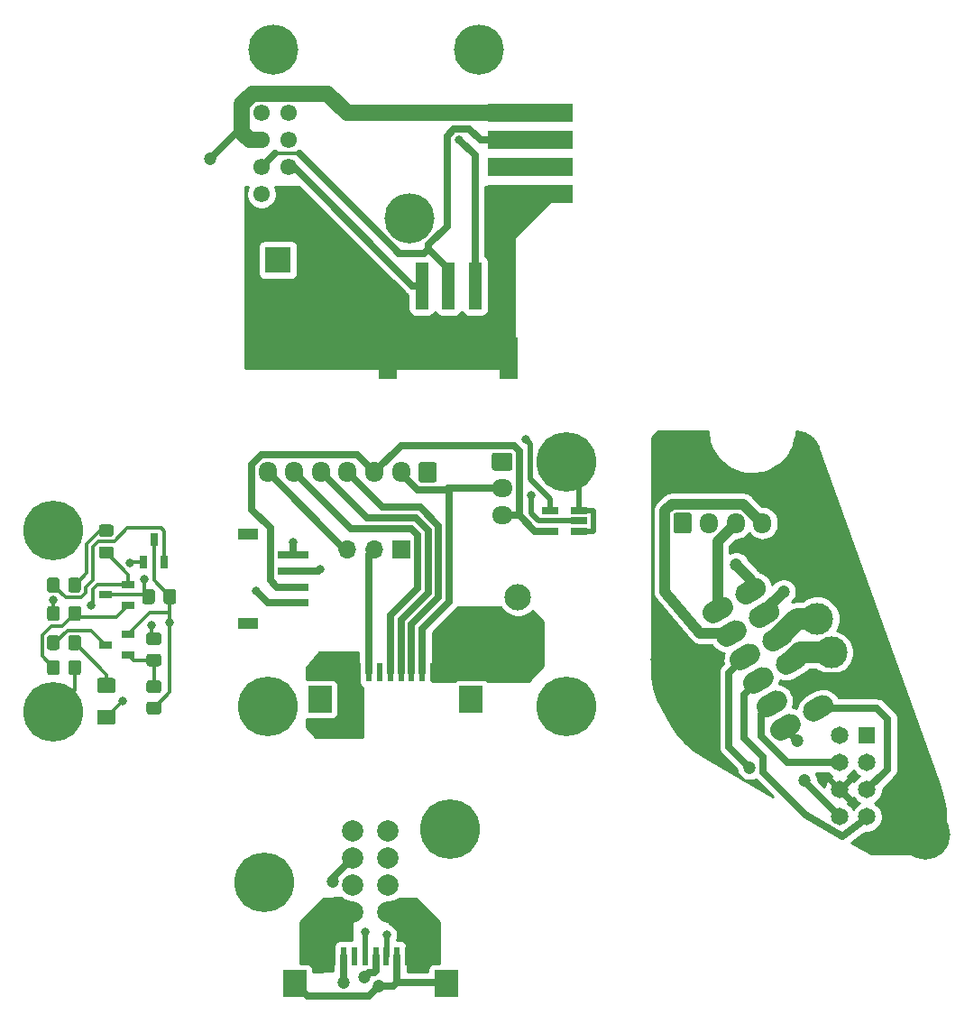
<source format=gbr>
%TF.GenerationSoftware,KiCad,Pcbnew,(5.1.9)-1*%
%TF.CreationDate,2021-02-18T14:55:37+00:00*%
%TF.ProjectId,toolboards - assembly_final,746f6f6c-626f-4617-9264-73202d206173,rev?*%
%TF.SameCoordinates,Original*%
%TF.FileFunction,Copper,L1,Top*%
%TF.FilePolarity,Positive*%
%FSLAX46Y46*%
G04 Gerber Fmt 4.6, Leading zero omitted, Abs format (unit mm)*
G04 Created by KiCad (PCBNEW (5.1.9)-1) date 2021-02-18 14:55:37*
%MOMM*%
%LPD*%
G01*
G04 APERTURE LIST*
%TA.AperFunction,SMDPad,CuDef*%
%ADD10R,1.200000X0.650000*%
%TD*%
%TA.AperFunction,ComponentPad*%
%ADD11C,3.600000*%
%TD*%
%TA.AperFunction,ConnectorPad*%
%ADD12C,5.600000*%
%TD*%
%TA.AperFunction,SMDPad,CuDef*%
%ADD13R,0.650000X1.200000*%
%TD*%
%TA.AperFunction,SMDPad,CuDef*%
%ADD14R,3.000000X0.700000*%
%TD*%
%TA.AperFunction,SMDPad,CuDef*%
%ADD15R,1.900000X1.100000*%
%TD*%
%TA.AperFunction,ComponentPad*%
%ADD16R,2.200000X2.500000*%
%TD*%
%TA.AperFunction,SMDPad,CuDef*%
%ADD17R,0.600000X1.800000*%
%TD*%
%TA.AperFunction,SMDPad,CuDef*%
%ADD18R,1.560000X0.650000*%
%TD*%
%TA.AperFunction,ComponentPad*%
%ADD19C,2.000000*%
%TD*%
%TA.AperFunction,ComponentPad*%
%ADD20C,1.550000*%
%TD*%
%TA.AperFunction,SMDPad,CuDef*%
%ADD21R,8.000000X1.800000*%
%TD*%
%TA.AperFunction,ComponentPad*%
%ADD22C,2.475000*%
%TD*%
%TA.AperFunction,ComponentPad*%
%ADD23R,2.475000X2.475000*%
%TD*%
%TA.AperFunction,SMDPad,CuDef*%
%ADD24R,1.300000X4.500000*%
%TD*%
%TA.AperFunction,SMDPad,CuDef*%
%ADD25R,1.800000X3.900000*%
%TD*%
%TA.AperFunction,ComponentPad*%
%ADD26C,3.100000*%
%TD*%
%TA.AperFunction,ConnectorPad*%
%ADD27C,4.700000*%
%TD*%
%TA.AperFunction,ComponentPad*%
%ADD28O,1.700000X1.700000*%
%TD*%
%TA.AperFunction,ComponentPad*%
%ADD29R,1.700000X1.700000*%
%TD*%
%TA.AperFunction,ComponentPad*%
%ADD30O,1.950000X1.700000*%
%TD*%
%TA.AperFunction,ComponentPad*%
%ADD31O,1.700000X1.950000*%
%TD*%
%TA.AperFunction,ComponentPad*%
%ADD32C,1.650000*%
%TD*%
%TA.AperFunction,ComponentPad*%
%ADD33R,1.650000X1.650000*%
%TD*%
%TA.AperFunction,ViaPad*%
%ADD34C,1.200000*%
%TD*%
%TA.AperFunction,ViaPad*%
%ADD35C,0.800000*%
%TD*%
%TA.AperFunction,ViaPad*%
%ADD36C,3.000000*%
%TD*%
%TA.AperFunction,ViaPad*%
%ADD37C,2.000000*%
%TD*%
%TA.AperFunction,Conductor*%
%ADD38C,0.700000*%
%TD*%
%TA.AperFunction,Conductor*%
%ADD39C,0.500000*%
%TD*%
%TA.AperFunction,Conductor*%
%ADD40C,0.300000*%
%TD*%
%TA.AperFunction,Conductor*%
%ADD41C,1.500000*%
%TD*%
%TA.AperFunction,Conductor*%
%ADD42C,1.000000*%
%TD*%
%TA.AperFunction,Conductor*%
%ADD43C,2.000000*%
%TD*%
%TA.AperFunction,Conductor*%
%ADD44C,0.254000*%
%TD*%
%TA.AperFunction,Conductor*%
%ADD45C,0.100000*%
%TD*%
G04 APERTURE END LIST*
%TO.P,R0,2*%
%TO.N,Net-(LED0-Pad1)*%
%TA.AperFunction,SMDPad,CuDef*%
G36*
G01*
X125216500Y-88309001D02*
X125216500Y-87408999D01*
G75*
G02*
X125466499Y-87159000I249999J0D01*
G01*
X126166501Y-87159000D01*
G75*
G02*
X126416500Y-87408999I0J-249999D01*
G01*
X126416500Y-88309001D01*
G75*
G02*
X126166501Y-88559000I-249999J0D01*
G01*
X125466499Y-88559000D01*
G75*
G02*
X125216500Y-88309001I0J249999D01*
G01*
G37*
%TD.AperFunction*%
%TO.P,R0,1*%
%TO.N,Net-(Q0-Pad3)*%
%TA.AperFunction,SMDPad,CuDef*%
G36*
G01*
X123216500Y-88309001D02*
X123216500Y-87408999D01*
G75*
G02*
X123466499Y-87159000I249999J0D01*
G01*
X124166501Y-87159000D01*
G75*
G02*
X124416500Y-87408999I0J-249999D01*
G01*
X124416500Y-88309001D01*
G75*
G02*
X124166501Y-88559000I-249999J0D01*
G01*
X123466499Y-88559000D01*
G75*
G02*
X123216500Y-88309001I0J249999D01*
G01*
G37*
%TD.AperFunction*%
%TD*%
%TO.P,R3,2*%
%TO.N,/HEATER_OUT_4*%
%TA.AperFunction,SMDPad,CuDef*%
G36*
G01*
X124441000Y-84668999D02*
X124441000Y-85569001D01*
G75*
G02*
X124191001Y-85819000I-249999J0D01*
G01*
X123490999Y-85819000D01*
G75*
G02*
X123241000Y-85569001I0J249999D01*
G01*
X123241000Y-84668999D01*
G75*
G02*
X123490999Y-84419000I249999J0D01*
G01*
X124191001Y-84419000D01*
G75*
G02*
X124441000Y-84668999I0J-249999D01*
G01*
G37*
%TD.AperFunction*%
%TO.P,R3,1*%
%TO.N,Net-(Q1-Pad1)*%
%TA.AperFunction,SMDPad,CuDef*%
G36*
G01*
X126441000Y-84668999D02*
X126441000Y-85569001D01*
G75*
G02*
X126191001Y-85819000I-249999J0D01*
G01*
X125490999Y-85819000D01*
G75*
G02*
X125241000Y-85569001I0J249999D01*
G01*
X125241000Y-84668999D01*
G75*
G02*
X125490999Y-84419000I249999J0D01*
G01*
X126191001Y-84419000D01*
G75*
G02*
X126441000Y-84668999I0J-249999D01*
G01*
G37*
%TD.AperFunction*%
%TD*%
%TO.P,LED1,2*%
%TO.N,/5V_4*%
%TA.AperFunction,SMDPad,CuDef*%
G36*
G01*
X128346999Y-78823000D02*
X129247001Y-78823000D01*
G75*
G02*
X129497000Y-79072999I0J-249999D01*
G01*
X129497000Y-79723001D01*
G75*
G02*
X129247001Y-79973000I-249999J0D01*
G01*
X128346999Y-79973000D01*
G75*
G02*
X128097000Y-79723001I0J249999D01*
G01*
X128097000Y-79072999D01*
G75*
G02*
X128346999Y-78823000I249999J0D01*
G01*
G37*
%TD.AperFunction*%
%TO.P,LED1,1*%
%TO.N,Net-(LED1-Pad1)*%
%TA.AperFunction,SMDPad,CuDef*%
G36*
G01*
X128346999Y-76773000D02*
X129247001Y-76773000D01*
G75*
G02*
X129497000Y-77022999I0J-249999D01*
G01*
X129497000Y-77673001D01*
G75*
G02*
X129247001Y-77923000I-249999J0D01*
G01*
X128346999Y-77923000D01*
G75*
G02*
X128097000Y-77673001I0J249999D01*
G01*
X128097000Y-77022999D01*
G75*
G02*
X128346999Y-76773000I249999J0D01*
G01*
G37*
%TD.AperFunction*%
%TD*%
%TO.P,R1,2*%
%TO.N,/GND_4*%
%TA.AperFunction,SMDPad,CuDef*%
G36*
G01*
X132811999Y-93393000D02*
X133712001Y-93393000D01*
G75*
G02*
X133962000Y-93642999I0J-249999D01*
G01*
X133962000Y-94343001D01*
G75*
G02*
X133712001Y-94593000I-249999J0D01*
G01*
X132811999Y-94593000D01*
G75*
G02*
X132562000Y-94343001I0J249999D01*
G01*
X132562000Y-93642999D01*
G75*
G02*
X132811999Y-93393000I249999J0D01*
G01*
G37*
%TD.AperFunction*%
%TO.P,R1,1*%
%TO.N,Net-(Q0-Pad1)*%
%TA.AperFunction,SMDPad,CuDef*%
G36*
G01*
X132811999Y-91393000D02*
X133712001Y-91393000D01*
G75*
G02*
X133962000Y-91642999I0J-249999D01*
G01*
X133962000Y-92343001D01*
G75*
G02*
X133712001Y-92593000I-249999J0D01*
G01*
X132811999Y-92593000D01*
G75*
G02*
X132562000Y-92343001I0J249999D01*
G01*
X132562000Y-91642999D01*
G75*
G02*
X132811999Y-91393000I249999J0D01*
G01*
G37*
%TD.AperFunction*%
%TD*%
%TO.P,LED0,2*%
%TO.N,/5V_4*%
%TA.AperFunction,SMDPad,CuDef*%
G36*
G01*
X128172000Y-94148000D02*
X129422000Y-94148000D01*
G75*
G02*
X129672000Y-94398000I0J-250000D01*
G01*
X129672000Y-95323000D01*
G75*
G02*
X129422000Y-95573000I-250000J0D01*
G01*
X128172000Y-95573000D01*
G75*
G02*
X127922000Y-95323000I0J250000D01*
G01*
X127922000Y-94398000D01*
G75*
G02*
X128172000Y-94148000I250000J0D01*
G01*
G37*
%TD.AperFunction*%
%TO.P,LED0,1*%
%TO.N,Net-(LED0-Pad1)*%
%TA.AperFunction,SMDPad,CuDef*%
G36*
G01*
X128172000Y-91173000D02*
X129422000Y-91173000D01*
G75*
G02*
X129672000Y-91423000I0J-250000D01*
G01*
X129672000Y-92348000D01*
G75*
G02*
X129422000Y-92598000I-250000J0D01*
G01*
X128172000Y-92598000D01*
G75*
G02*
X127922000Y-92348000I0J250000D01*
G01*
X127922000Y-91423000D01*
G75*
G02*
X128172000Y-91173000I250000J0D01*
G01*
G37*
%TD.AperFunction*%
%TD*%
D10*
%TO.P,Q0,1*%
%TO.N,Net-(Q0-Pad1)*%
X130847000Y-89009500D03*
%TO.P,Q0,2*%
%TO.N,/GND_4*%
X130847000Y-87089500D03*
%TO.P,Q0,3*%
%TO.N,Net-(Q0-Pad3)*%
X128747000Y-88049500D03*
%TD*%
%TO.P,R5,2*%
%TO.N,Net-(Q2-Pad2)*%
%TA.AperFunction,SMDPad,CuDef*%
G36*
G01*
X124416500Y-82011499D02*
X124416500Y-82911501D01*
G75*
G02*
X124166501Y-83161500I-249999J0D01*
G01*
X123466499Y-83161500D01*
G75*
G02*
X123216500Y-82911501I0J249999D01*
G01*
X123216500Y-82011499D01*
G75*
G02*
X123466499Y-81761500I249999J0D01*
G01*
X124166501Y-81761500D01*
G75*
G02*
X124416500Y-82011499I0J-249999D01*
G01*
G37*
%TD.AperFunction*%
%TO.P,R5,1*%
%TO.N,Net-(LED1-Pad1)*%
%TA.AperFunction,SMDPad,CuDef*%
G36*
G01*
X126416500Y-82011499D02*
X126416500Y-82911501D01*
G75*
G02*
X126166501Y-83161500I-249999J0D01*
G01*
X125466499Y-83161500D01*
G75*
G02*
X125216500Y-82911501I0J249999D01*
G01*
X125216500Y-82011499D01*
G75*
G02*
X125466499Y-81761500I249999J0D01*
G01*
X126166501Y-81761500D01*
G75*
G02*
X126416500Y-82011499I0J-249999D01*
G01*
G37*
%TD.AperFunction*%
%TD*%
%TO.P,R4,2*%
%TO.N,Net-(Q1-Pad1)*%
%TA.AperFunction,SMDPad,CuDef*%
G36*
G01*
X124441000Y-89748999D02*
X124441000Y-90649001D01*
G75*
G02*
X124191001Y-90899000I-249999J0D01*
G01*
X123490999Y-90899000D01*
G75*
G02*
X123241000Y-90649001I0J249999D01*
G01*
X123241000Y-89748999D01*
G75*
G02*
X123490999Y-89499000I249999J0D01*
G01*
X124191001Y-89499000D01*
G75*
G02*
X124441000Y-89748999I0J-249999D01*
G01*
G37*
%TD.AperFunction*%
%TO.P,R4,1*%
%TO.N,/GND_4*%
%TA.AperFunction,SMDPad,CuDef*%
G36*
G01*
X126441000Y-89748999D02*
X126441000Y-90649001D01*
G75*
G02*
X126191001Y-90899000I-249999J0D01*
G01*
X125490999Y-90899000D01*
G75*
G02*
X125241000Y-90649001I0J249999D01*
G01*
X125241000Y-89748999D01*
G75*
G02*
X125490999Y-89499000I249999J0D01*
G01*
X126191001Y-89499000D01*
G75*
G02*
X126441000Y-89748999I0J-249999D01*
G01*
G37*
%TD.AperFunction*%
%TD*%
D11*
%TO.P,H9,1*%
%TO.N,/GND_4*%
X123797000Y-94373000D03*
D12*
X123797000Y-94373000D03*
%TD*%
%TO.P,R2,2*%
%TO.N,Net-(Q0-Pad1)*%
%TA.AperFunction,SMDPad,CuDef*%
G36*
G01*
X132811999Y-88894000D02*
X133712001Y-88894000D01*
G75*
G02*
X133962000Y-89143999I0J-249999D01*
G01*
X133962000Y-89844001D01*
G75*
G02*
X133712001Y-90094000I-249999J0D01*
G01*
X132811999Y-90094000D01*
G75*
G02*
X132562000Y-89844001I0J249999D01*
G01*
X132562000Y-89143999D01*
G75*
G02*
X132811999Y-88894000I249999J0D01*
G01*
G37*
%TD.AperFunction*%
%TO.P,R2,1*%
%TO.N,/TOOL_SEL_4*%
%TA.AperFunction,SMDPad,CuDef*%
G36*
G01*
X132811999Y-86894000D02*
X133712001Y-86894000D01*
G75*
G02*
X133962000Y-87143999I0J-249999D01*
G01*
X133962000Y-87844001D01*
G75*
G02*
X133712001Y-88094000I-249999J0D01*
G01*
X132811999Y-88094000D01*
G75*
G02*
X132562000Y-87844001I0J249999D01*
G01*
X132562000Y-87143999D01*
G75*
G02*
X132811999Y-86894000I249999J0D01*
G01*
G37*
%TD.AperFunction*%
%TD*%
D13*
%TO.P,Q2,1*%
%TO.N,Net-(Q2-Pad1)*%
X132302000Y-80273000D03*
%TO.P,Q2,2*%
%TO.N,Net-(Q2-Pad2)*%
X134222000Y-80273000D03*
%TO.P,Q2,3*%
%TO.N,/GND_4*%
X133262000Y-78173000D03*
%TD*%
%TO.P,R7,2*%
%TO.N,/GND_4*%
%TA.AperFunction,SMDPad,CuDef*%
G36*
G01*
X134170000Y-83991001D02*
X134170000Y-83090999D01*
G75*
G02*
X134419999Y-82841000I249999J0D01*
G01*
X135120001Y-82841000D01*
G75*
G02*
X135370000Y-83090999I0J-249999D01*
G01*
X135370000Y-83991001D01*
G75*
G02*
X135120001Y-84241000I-249999J0D01*
G01*
X134419999Y-84241000D01*
G75*
G02*
X134170000Y-83991001I0J249999D01*
G01*
G37*
%TD.AperFunction*%
%TO.P,R7,1*%
%TO.N,Net-(Q1-Pad3)*%
%TA.AperFunction,SMDPad,CuDef*%
G36*
G01*
X132170000Y-83991001D02*
X132170000Y-83090999D01*
G75*
G02*
X132419999Y-82841000I249999J0D01*
G01*
X133120001Y-82841000D01*
G75*
G02*
X133370000Y-83090999I0J-249999D01*
G01*
X133370000Y-83991001D01*
G75*
G02*
X133120001Y-84241000I-249999J0D01*
G01*
X132419999Y-84241000D01*
G75*
G02*
X132170000Y-83991001I0J249999D01*
G01*
G37*
%TD.AperFunction*%
%TD*%
D10*
%TO.P,Q1,1*%
%TO.N,Net-(Q1-Pad1)*%
X130847000Y-84333000D03*
%TO.P,Q1,2*%
%TO.N,/5V_4*%
X130847000Y-82413000D03*
%TO.P,Q1,3*%
%TO.N,Net-(Q1-Pad3)*%
X128747000Y-83373000D03*
%TD*%
D11*
%TO.P,H8,1*%
%TO.N,/GND_4*%
X123797000Y-77373000D03*
D12*
X123797000Y-77373000D03*
%TD*%
D14*
%TO.P,J16,1*%
%TO.N,/GND_3*%
X146337000Y-84138000D03*
%TO.P,J16,2*%
%TO.N,/5V_3*%
X146337000Y-82638000D03*
%TO.P,J16,3*%
%TO.N,/TOOL_SEL_3*%
X146337000Y-81138000D03*
%TO.P,J16,4*%
%TO.N,/HEATER_OUT_3*%
X146337000Y-79638000D03*
D15*
%TO.P,J16,5*%
%TO.N,N/C*%
X142087000Y-86088000D03*
%TO.P,J16,6*%
X142087000Y-77688000D03*
%TD*%
D16*
%TO.P,J13,12*%
%TO.N,N/C*%
X163056000Y-93163000D03*
%TO.P,J13,11*%
X148856000Y-93163000D03*
D17*
%TO.P,J13,10*%
%TO.N,/HEATER_OUT_3*%
X160456000Y-90623000D03*
%TO.P,J13,9*%
X159456000Y-90623000D03*
%TO.P,J13,8*%
%TO.N,/GND_3*%
X158456000Y-90623000D03*
%TO.P,J13,7*%
%TO.N,/GND1_3*%
X157456000Y-90623000D03*
%TO.P,J13,6*%
%TO.N,/THERM_OUT_3*%
X156456000Y-90623000D03*
%TO.P,J13,5*%
%TO.N,/3V3_3*%
X155456000Y-90623000D03*
%TO.P,J13,4*%
%TO.N,Net-(J13-Pad4)*%
X154456000Y-90623000D03*
%TO.P,J13,3*%
%TO.N,/AUX0_3*%
X153456000Y-90623000D03*
%TO.P,J13,2*%
%TO.N,/24V_3*%
X152456000Y-90623000D03*
%TO.P,J13,1*%
X151456000Y-90623000D03*
%TD*%
%TO.P,J10,1*%
%TO.N,/24V_2*%
X149098000Y-117305000D03*
%TO.P,J10,2*%
X150098000Y-117305000D03*
%TO.P,J10,3*%
%TO.N,/AUX0_2*%
X151098000Y-117305000D03*
%TO.P,J10,4*%
%TO.N,Net-(J10-Pad4)*%
X152098000Y-117305000D03*
%TO.P,J10,5*%
%TO.N,/3V3_2*%
X153098000Y-117305000D03*
%TO.P,J10,6*%
%TO.N,/THERM_OUT_2*%
X154098000Y-117305000D03*
%TO.P,J10,7*%
%TO.N,/GND1_2*%
X155098000Y-117305000D03*
%TO.P,J10,8*%
%TO.N,/GND_2*%
X156098000Y-117305000D03*
%TO.P,J10,9*%
%TO.N,/HEATER_OUT_2*%
X157098000Y-117305000D03*
%TO.P,J10,10*%
X158098000Y-117305000D03*
D16*
%TO.P,J10,11*%
%TO.N,/GND_2*%
X146498000Y-119845000D03*
%TO.P,J10,12*%
X160698000Y-119845000D03*
%TD*%
D18*
%TO.P,U1,1*%
%TO.N,/GND_3*%
X173208000Y-77379000D03*
%TO.P,U1,2*%
%TO.N,Net-(J15-Pad1)*%
X173208000Y-76429000D03*
%TO.P,U1,3*%
%TO.N,/GND_3*%
X173208000Y-75479000D03*
%TO.P,U1,4*%
%TO.N,/TOOL_SEL_3*%
X170508000Y-75479000D03*
%TO.P,U1,5*%
%TO.N,/5V_3*%
X170508000Y-77379000D03*
%TD*%
D19*
%TO.P,J9,1*%
%TO.N,/HEATER_OUT_2*%
X155247000Y-113114000D03*
%TO.P,J9,2*%
%TO.N,/GND1_2*%
X155247000Y-110574000D03*
%TO.P,J9,3*%
%TO.N,/3V3_2*%
X155247000Y-108034000D03*
%TO.P,J9,4*%
%TO.N,/AUX0_2*%
X155247000Y-105494000D03*
%TD*%
%TO.P,J11,1*%
%TO.N,/GND_2*%
X151947000Y-105494000D03*
%TO.P,J11,2*%
%TO.N,/THERM_OUT_2*%
X151947000Y-108034000D03*
%TO.P,J11,3*%
%TO.N,Net-(J11-Pad3)*%
X151947000Y-110574000D03*
%TO.P,J11,4*%
%TO.N,/24V_2*%
X151947000Y-113114000D03*
%TD*%
D20*
%TO.P,J3,8*%
%TO.N,/AUX0_1*%
X145902000Y-38148000D03*
%TO.P,J3,7*%
%TO.N,/V_AUX0_1*%
X143362000Y-38148000D03*
%TO.P,J3,6*%
%TO.N,/3V3_1*%
X145902000Y-40688000D03*
%TO.P,J3,5*%
%TO.N,/GND_1*%
X143362000Y-40688000D03*
%TO.P,J3,4*%
%TO.N,/GND1_1*%
X145902000Y-43228000D03*
%TO.P,J3,3*%
%TO.N,/THERM_OUT_1*%
X143362000Y-43228000D03*
%TO.P,J3,2*%
%TO.N,/24V_1*%
X145902000Y-45768000D03*
%TO.P,J3,1*%
%TO.N,/HEATER_OUT_1*%
X143362000Y-45768000D03*
%TD*%
D21*
%TO.P,J8,4*%
%TO.N,/24V_1*%
X168613000Y-45768000D03*
%TO.P,J8,3*%
%TO.N,Net-(J8-Pad3)*%
X168613000Y-43228000D03*
%TO.P,J8,2*%
%TO.N,/THERM_OUT_1*%
X168613000Y-40688000D03*
%TO.P,J8,1*%
%TO.N,/GND_1*%
X168613000Y-38148000D03*
%TD*%
D22*
%TO.P,J5,2*%
%TO.N,/24V_1*%
X149987000Y-51943000D03*
D23*
%TO.P,J5,1*%
%TO.N,/HEATER_OUT_1*%
X144907000Y-51943000D03*
%TD*%
D24*
%TO.P,J4,1*%
%TO.N,/GND1_1*%
X158409000Y-54356000D03*
%TO.P,J4,2*%
%TO.N,/THERM_OUT_1*%
X160909000Y-54356000D03*
%TO.P,J4,3*%
%TO.N,/3V3_1*%
X163409000Y-54356000D03*
D25*
%TO.P,J4,4*%
%TO.N,/24V_1*%
X155209000Y-61156000D03*
%TO.P,J4,5*%
X166609000Y-61156000D03*
%TD*%
D12*
%TO.P,H6,1*%
%TO.N,/GND_2*%
X161037000Y-105334000D03*
D11*
X161037000Y-105334000D03*
%TD*%
D12*
%TO.P,H7,1*%
%TO.N,/GND_2*%
X143657000Y-110334000D03*
D11*
X143657000Y-110334000D03*
%TD*%
D26*
%TO.P,H3,1*%
%TO.N,Net-(H3-Pad1)*%
X144462000Y-32183000D03*
D27*
X144462000Y-32183000D03*
%TD*%
D26*
%TO.P,H4,1*%
%TO.N,/HEATER_OUT_1*%
X157262000Y-48038000D03*
D27*
X157262000Y-48038000D03*
%TD*%
D26*
%TO.P,H5,1*%
%TO.N,Net-(H5-Pad1)*%
X163761999Y-32183000D03*
D27*
X163761999Y-32183000D03*
%TD*%
D12*
%TO.P,H12,1*%
%TO.N,/GND_3*%
X171957000Y-70873000D03*
D11*
X171957000Y-70873000D03*
%TD*%
D28*
%TO.P,JP1,3*%
%TO.N,/FAN_3*%
X151417000Y-79096000D03*
%TO.P,JP1,2*%
%TO.N,/AUX0_3*%
X153957000Y-79096000D03*
D29*
%TO.P,JP1,1*%
%TO.N,Net-(JP1-Pad1)*%
X156497000Y-79096000D03*
%TD*%
D22*
%TO.P,J14,2*%
%TO.N,/24V_3*%
X167457000Y-83563000D03*
D23*
%TO.P,J14,1*%
%TO.N,/HEATER_OUT_3*%
X167457000Y-88643000D03*
%TD*%
D30*
%TO.P,J15,3*%
%TO.N,/5V_3*%
X165957000Y-75873000D03*
%TO.P,J15,2*%
%TO.N,/GND_3*%
X165957000Y-73373000D03*
%TO.P,J15,1*%
%TO.N,Net-(J15-Pad1)*%
%TA.AperFunction,ComponentPad*%
G36*
G01*
X165232000Y-70023000D02*
X166682000Y-70023000D01*
G75*
G02*
X166932000Y-70273000I0J-250000D01*
G01*
X166932000Y-71473000D01*
G75*
G02*
X166682000Y-71723000I-250000J0D01*
G01*
X165232000Y-71723000D01*
G75*
G02*
X164982000Y-71473000I0J250000D01*
G01*
X164982000Y-70273000D01*
G75*
G02*
X165232000Y-70023000I250000J0D01*
G01*
G37*
%TD.AperFunction*%
%TD*%
D12*
%TO.P,H11,1*%
%TO.N,/GND_3*%
X171957000Y-93873000D03*
D11*
X171957000Y-93873000D03*
%TD*%
D31*
%TO.P,J12,7*%
%TO.N,/FAN_3*%
X143957000Y-71873000D03*
%TO.P,J12,6*%
%TO.N,/3V3_3*%
X146457000Y-71873000D03*
%TO.P,J12,5*%
%TO.N,/THERM_OUT_3*%
X148957000Y-71873000D03*
%TO.P,J12,4*%
%TO.N,/GND1_3*%
X151457000Y-71873000D03*
%TO.P,J12,3*%
%TO.N,/5V_3*%
X153957000Y-71873000D03*
%TO.P,J12,2*%
%TO.N,/GND_3*%
X156457000Y-71873000D03*
%TO.P,J12,1*%
%TO.N,/TOOL_SEL_3*%
%TA.AperFunction,ComponentPad*%
G36*
G01*
X159807000Y-71148000D02*
X159807000Y-72598000D01*
G75*
G02*
X159557000Y-72848000I-250000J0D01*
G01*
X158357000Y-72848000D01*
G75*
G02*
X158107000Y-72598000I0J250000D01*
G01*
X158107000Y-71148000D01*
G75*
G02*
X158357000Y-70898000I250000J0D01*
G01*
X159557000Y-70898000D01*
G75*
G02*
X159807000Y-71148000I0J-250000D01*
G01*
G37*
%TD.AperFunction*%
%TD*%
D12*
%TO.P,H10,1*%
%TO.N,/GND_3*%
X143957000Y-93873000D03*
D11*
X143957000Y-93873000D03*
%TD*%
D27*
%TO.P,H0,1*%
%TO.N,/GND_0*%
X195936462Y-77320774D03*
D26*
X195936462Y-77320774D03*
%TD*%
D31*
%TO.P,J1,4*%
%TO.N,/1B_0*%
X190397401Y-76632383D03*
%TO.P,J1,3*%
%TO.N,/2B_0*%
X187897401Y-76632383D03*
%TO.P,J1,2*%
%TO.N,/2A_0*%
X185397401Y-76632383D03*
%TO.P,J1,1*%
%TO.N,/1A_0*%
%TA.AperFunction,ComponentPad*%
G36*
G01*
X182047401Y-77357383D02*
X182047401Y-75907383D01*
G75*
G02*
X182297401Y-75657383I250000J0D01*
G01*
X183497401Y-75657383D01*
G75*
G02*
X183747401Y-75907383I0J-250000D01*
G01*
X183747401Y-77357383D01*
G75*
G02*
X183497401Y-77607383I-250000J0D01*
G01*
X182297401Y-77607383D01*
G75*
G02*
X182047401Y-77357383I0J250000D01*
G01*
G37*
%TD.AperFunction*%
%TD*%
D32*
%TO.P,J2,8*%
%TO.N,/V_AUX0_0*%
X197671391Y-104200151D03*
%TO.P,J2,7*%
%TO.N,/AUX0_0*%
X200211391Y-104200151D03*
%TO.P,J2,6*%
%TO.N,/GND_0*%
X197671391Y-101660151D03*
%TO.P,J2,5*%
%TO.N,/3V3_0*%
X200211391Y-101660151D03*
%TO.P,J2,4*%
%TO.N,/THERM_OUT_0*%
X197671391Y-99120151D03*
%TO.P,J2,3*%
%TO.N,/GND1_0*%
X200211391Y-99120151D03*
%TO.P,J2,2*%
%TO.N,/24V_0*%
X197671391Y-96580151D03*
D33*
%TO.P,J2,1*%
%TO.N,/HEATER_OUT_0*%
X200211391Y-96580151D03*
%TD*%
%TO.P,J0,1*%
%TO.N,/2B_0*%
%TA.AperFunction,SMDPad,CuDef*%
G36*
G01*
X184913292Y-85547235D02*
X184913292Y-85547235D01*
G75*
G02*
X185279317Y-84181210I866025J500000D01*
G01*
X186145343Y-83681210D01*
G75*
G02*
X187511368Y-84047235I500000J-866025D01*
G01*
X187511368Y-84047235D01*
G75*
G02*
X187145343Y-85413260I-866025J-500000D01*
G01*
X186279317Y-85913260D01*
G75*
G02*
X184913292Y-85547235I-500000J866025D01*
G01*
G37*
%TD.AperFunction*%
%TO.P,J0,2*%
%TO.N,/2A_0*%
%TA.AperFunction,SMDPad,CuDef*%
G36*
G01*
X187985950Y-83773235D02*
X187985950Y-83773235D01*
G75*
G02*
X188351975Y-82407210I866025J500000D01*
G01*
X189218001Y-81907210D01*
G75*
G02*
X190584026Y-82273235I500000J-866025D01*
G01*
X190584026Y-82273235D01*
G75*
G02*
X190218001Y-83639260I-866025J-500000D01*
G01*
X189351975Y-84139260D01*
G75*
G02*
X187985950Y-83773235I-500000J866025D01*
G01*
G37*
%TD.AperFunction*%
%TO.P,J0,3*%
%TO.N,/1B_0*%
%TA.AperFunction,SMDPad,CuDef*%
G36*
G01*
X186176364Y-87750939D02*
X186176364Y-87750939D01*
G75*
G02*
X186542389Y-86384914I866025J500000D01*
G01*
X187408415Y-85884914D01*
G75*
G02*
X188774440Y-86250939I500000J-866025D01*
G01*
X188774440Y-86250939D01*
G75*
G02*
X188408415Y-87616964I-866025J-500000D01*
G01*
X187542389Y-88116964D01*
G75*
G02*
X186176364Y-87750939I-500000J866025D01*
G01*
G37*
%TD.AperFunction*%
%TO.P,J0,5*%
%TO.N,/V_AUX0_0*%
%TA.AperFunction,SMDPad,CuDef*%
G36*
G01*
X187446364Y-89950644D02*
X187446364Y-89950644D01*
G75*
G02*
X187812389Y-88584619I866025J500000D01*
G01*
X188678415Y-88084619D01*
G75*
G02*
X190044440Y-88450644I500000J-866025D01*
G01*
X190044440Y-88450644D01*
G75*
G02*
X189678415Y-89816669I-866025J-500000D01*
G01*
X188812389Y-90316669D01*
G75*
G02*
X187446364Y-89950644I-500000J866025D01*
G01*
G37*
%TD.AperFunction*%
%TO.P,J0,7*%
%TO.N,/AUX0_0*%
%TA.AperFunction,SMDPad,CuDef*%
G36*
G01*
X188716364Y-92150348D02*
X188716364Y-92150348D01*
G75*
G02*
X189082389Y-90784323I866025J500000D01*
G01*
X189948415Y-90284323D01*
G75*
G02*
X191314440Y-90650348I500000J-866025D01*
G01*
X191314440Y-90650348D01*
G75*
G02*
X190948415Y-92016373I-866025J-500000D01*
G01*
X190082389Y-92516373D01*
G75*
G02*
X188716364Y-92150348I-500000J866025D01*
G01*
G37*
%TD.AperFunction*%
%TO.P,J0,9*%
%TO.N,/THERM_OUT_0*%
%TA.AperFunction,SMDPad,CuDef*%
G36*
G01*
X189986364Y-94350053D02*
X189986364Y-94350053D01*
G75*
G02*
X190352389Y-92984028I866025J500000D01*
G01*
X191218415Y-92484028D01*
G75*
G02*
X192584440Y-92850053I500000J-866025D01*
G01*
X192584440Y-92850053D01*
G75*
G02*
X192218415Y-94216078I-866025J-500000D01*
G01*
X191352389Y-94716078D01*
G75*
G02*
X189986364Y-94350053I-500000J866025D01*
G01*
G37*
%TD.AperFunction*%
%TO.P,J0,11*%
%TO.N,/GND1_0*%
%TA.AperFunction,SMDPad,CuDef*%
G36*
G01*
X191256364Y-96549757D02*
X191256364Y-96549757D01*
G75*
G02*
X191622389Y-95183732I866025J500000D01*
G01*
X192488415Y-94683732D01*
G75*
G02*
X193854440Y-95049757I500000J-866025D01*
G01*
X193854440Y-95049757D01*
G75*
G02*
X193488415Y-96415782I-866025J-500000D01*
G01*
X192622389Y-96915782D01*
G75*
G02*
X191256364Y-96549757I-500000J866025D01*
G01*
G37*
%TD.AperFunction*%
%TO.P,J0,12*%
%TO.N,/3V3_0*%
%TA.AperFunction,SMDPad,CuDef*%
G36*
G01*
X194335950Y-94771757D02*
X194335950Y-94771757D01*
G75*
G02*
X194701975Y-93405732I866025J500000D01*
G01*
X195568001Y-92905732D01*
G75*
G02*
X196934026Y-93271757I500000J-866025D01*
G01*
X196934026Y-93271757D01*
G75*
G02*
X196568001Y-94637782I-866025J-500000D01*
G01*
X195701975Y-95137782D01*
G75*
G02*
X194335950Y-94771757I-500000J866025D01*
G01*
G37*
%TD.AperFunction*%
%TO.P,J0,10*%
%TO.N,/GND_0*%
%TA.AperFunction,SMDPad,CuDef*%
G36*
G01*
X193065950Y-92572053D02*
X193065950Y-92572053D01*
G75*
G02*
X193431975Y-91206028I866025J500000D01*
G01*
X194298001Y-90706028D01*
G75*
G02*
X195664026Y-91072053I500000J-866025D01*
G01*
X195664026Y-91072053D01*
G75*
G02*
X195298001Y-92438078I-866025J-500000D01*
G01*
X194431975Y-92938078D01*
G75*
G02*
X193065950Y-92572053I-500000J866025D01*
G01*
G37*
%TD.AperFunction*%
%TO.P,J0,8*%
%TO.N,/HEATER_OUT_0*%
%TA.AperFunction,SMDPad,CuDef*%
G36*
G01*
X191795950Y-90372348D02*
X191795950Y-90372348D01*
G75*
G02*
X192161975Y-89006323I866025J500000D01*
G01*
X193028001Y-88506323D01*
G75*
G02*
X194394026Y-88872348I500000J-866025D01*
G01*
X194394026Y-88872348D01*
G75*
G02*
X194028001Y-90238373I-866025J-500000D01*
G01*
X193161975Y-90738373D01*
G75*
G02*
X191795950Y-90372348I-500000J866025D01*
G01*
G37*
%TD.AperFunction*%
%TO.P,J0,6*%
%TO.N,/24V_0*%
%TA.AperFunction,SMDPad,CuDef*%
G36*
G01*
X190525950Y-88172644D02*
X190525950Y-88172644D01*
G75*
G02*
X190891975Y-86806619I866025J500000D01*
G01*
X191758001Y-86306619D01*
G75*
G02*
X193124026Y-86672644I500000J-866025D01*
G01*
X193124026Y-86672644D01*
G75*
G02*
X192758001Y-88038669I-866025J-500000D01*
G01*
X191891975Y-88538669D01*
G75*
G02*
X190525950Y-88172644I-500000J866025D01*
G01*
G37*
%TD.AperFunction*%
%TO.P,J0,4*%
%TO.N,/1A_0*%
%TA.AperFunction,SMDPad,CuDef*%
G36*
G01*
X189255950Y-85972939D02*
X189255950Y-85972939D01*
G75*
G02*
X189621975Y-84606914I866025J500000D01*
G01*
X190488001Y-84106914D01*
G75*
G02*
X191854026Y-84472939I500000J-866025D01*
G01*
X191854026Y-84472939D01*
G75*
G02*
X191488001Y-85838964I-866025J-500000D01*
G01*
X190621975Y-86338964D01*
G75*
G02*
X189255950Y-85972939I-500000J866025D01*
G01*
G37*
%TD.AperFunction*%
%TD*%
D27*
%TO.P,H2,1*%
%TO.N,/GND_0*%
X182220195Y-89411496D03*
D26*
X182220195Y-89411496D03*
%TD*%
D27*
%TO.P,H1,1*%
%TO.N,/GND_0*%
X205719256Y-105831593D03*
D26*
X205719256Y-105831593D03*
%TD*%
D34*
%TO.N,/AUX0_2*%
X151052000Y-119759000D03*
D35*
%TO.N,/3V3_2*%
X153090000Y-115019000D03*
%TO.N,/GND1_2*%
X155122000Y-115273000D03*
D34*
%TO.N,/THERM_OUT_2*%
X150052000Y-110259000D03*
X153052000Y-119259000D03*
%TO.N,/GND_2*%
X154360000Y-120099000D03*
D35*
%TO.N,/3V3_1*%
X161947000Y-40688000D03*
D34*
%TO.N,/GND_1*%
X138557000Y-42418000D03*
%TO.N,/GND1_0*%
X193650195Y-97031496D03*
%TO.N,/V_AUX0_0*%
X189205195Y-99571496D03*
X194376578Y-100750113D03*
D36*
%TO.N,/HEATER_OUT_0*%
X196841121Y-88776496D03*
%TO.N,/24V_0*%
X195555195Y-85601496D03*
D34*
%TO.N,/1A_0*%
X192380195Y-83061496D03*
%TO.N,/2A_0*%
X187935195Y-80521496D03*
D35*
%TO.N,/GND_3*%
X142902000Y-83033000D03*
%TO.N,/HEATER_OUT_3*%
X146337000Y-78423000D03*
D37*
%TO.N,/24V_3*%
X151707000Y-95623000D03*
X149207000Y-90123000D03*
X151707000Y-93373000D03*
D35*
%TO.N,/5V_4*%
X130297000Y-93373000D03*
X127381000Y-84357000D03*
%TO.N,Net-(Q1-Pad3)*%
X132373000Y-81890000D03*
%TO.N,/TOOL_SEL_3*%
X168175000Y-68809000D03*
X148877000Y-80963000D03*
%TO.N,/HEATER_OUT_4*%
X123797000Y-83873000D03*
%TO.N,/TOOL_SEL_4*%
X133008000Y-86208000D03*
%TO.N,/GND_4*%
X134770000Y-85938000D03*
%TO.N,Net-(J15-Pad1)*%
X168683000Y-74016000D03*
%TO.N,Net-(Q2-Pad1)*%
X130976000Y-80366000D03*
%TD*%
D38*
%TO.N,/AUX0_2*%
X151052000Y-117351000D02*
X151098000Y-117305000D01*
X151052000Y-119759000D02*
X151052000Y-117351000D01*
D39*
%TO.N,/3V3_2*%
X153090000Y-117297000D02*
X153098000Y-117305000D01*
X153090000Y-115019000D02*
X153090000Y-117297000D01*
%TO.N,/GND1_2*%
X155122000Y-117281000D02*
X155098000Y-117305000D01*
X155122000Y-115273000D02*
X155122000Y-117281000D01*
D38*
%TO.N,/24V_2*%
X149098000Y-115963000D02*
X149098000Y-117305000D01*
X151947000Y-113114000D02*
X149098000Y-115963000D01*
%TO.N,/HEATER_OUT_2*%
X158098000Y-115965000D02*
X158098000Y-117305000D01*
X155247000Y-113114000D02*
X158098000Y-115965000D01*
%TO.N,/THERM_OUT_2*%
X150052000Y-109929000D02*
X150052000Y-110259000D01*
X151947000Y-108034000D02*
X150052000Y-109929000D01*
X154098000Y-118675002D02*
X154098000Y-117305000D01*
X153918001Y-118855001D02*
X154098000Y-118675002D01*
X153455999Y-118855001D02*
X153918001Y-118855001D01*
X153052000Y-119259000D02*
X153455999Y-118855001D01*
%TO.N,/GND_2*%
X156098000Y-119775213D02*
X156098000Y-117305000D01*
X155774213Y-120099000D02*
X156098000Y-119775213D01*
X154360000Y-120099000D02*
X155774213Y-120099000D01*
X160628213Y-119775213D02*
X160698000Y-119845000D01*
X156098000Y-119775213D02*
X160628213Y-119775213D01*
X147662001Y-121009001D02*
X146498000Y-119845000D01*
X153449999Y-121009001D02*
X147662001Y-121009001D01*
X154360000Y-120099000D02*
X153449999Y-121009001D01*
%TO.N,/GND1_1*%
X146402572Y-43228000D02*
X145902000Y-43228000D01*
X158409000Y-54356000D02*
X157530572Y-54356000D01*
X157530572Y-54356000D02*
X146402572Y-43228000D01*
%TO.N,/THERM_OUT_1*%
X159061003Y-50938001D02*
X159061003Y-50530999D01*
D40*
X146493002Y-41910000D02*
X146490001Y-41913001D01*
D38*
X160909000Y-52785998D02*
X159061003Y-50938001D01*
D40*
X146490001Y-41913001D02*
X144656001Y-41913001D01*
D38*
X160782000Y-48810002D02*
X160782000Y-43087999D01*
X159061003Y-50530999D02*
X160782000Y-48810002D01*
X155869999Y-50938001D02*
X146939000Y-41910000D01*
X160909000Y-54356000D02*
X160909000Y-52785998D01*
D40*
X146939000Y-41910000D02*
X146493002Y-41910000D01*
D38*
X143362000Y-43207002D02*
X143362000Y-43228000D01*
X144656001Y-41913001D02*
X143362000Y-43207002D01*
D39*
X160782000Y-43053000D02*
X160782000Y-43087999D01*
X168552999Y-40748001D02*
X168613000Y-40688000D01*
D38*
X162862999Y-39637999D02*
X163913000Y-40688000D01*
X161442999Y-39637999D02*
X162862999Y-39637999D01*
X160782000Y-40298998D02*
X161442999Y-39637999D01*
X163913000Y-40688000D02*
X168613000Y-40688000D01*
X160782000Y-43053000D02*
X160782000Y-40298998D01*
X159061003Y-50938001D02*
X158651004Y-51348000D01*
X156279998Y-51348000D02*
X155869999Y-50938001D01*
X158651004Y-51348000D02*
X156279998Y-51348000D01*
%TO.N,/3V3_1*%
X163409000Y-42150000D02*
X161947000Y-40688000D01*
X163409000Y-54356000D02*
X163409000Y-42150000D01*
D41*
%TO.N,/GND_1*%
X141536999Y-37271999D02*
X141536999Y-39959014D01*
D38*
X141536999Y-39959014D02*
X141015986Y-39959014D01*
D41*
X142265985Y-40688000D02*
X143362000Y-40688000D01*
X168613000Y-38148000D02*
X166452002Y-38148000D01*
X141536999Y-39959014D02*
X142265985Y-40688000D01*
D38*
X141015986Y-39959014D02*
X138557000Y-42418000D01*
D41*
X142485999Y-36322999D02*
X149591999Y-36322999D01*
X141536999Y-37271999D02*
X142485999Y-36322999D01*
X151417000Y-38148000D02*
X168613000Y-38148000D01*
X149591999Y-36322999D02*
X151417000Y-38148000D01*
D38*
%TO.N,/GND1_0*%
X192555402Y-95936703D02*
X193650195Y-97031496D01*
X192555402Y-95799757D02*
X192555402Y-95936703D01*
%TO.N,/THERM_OUT_0*%
X190252000Y-96650800D02*
X190252000Y-94633455D01*
X190474895Y-94410560D02*
X191285402Y-93600053D01*
X190252000Y-94633455D02*
X191285402Y-93600053D01*
X192721351Y-99120151D02*
X190252000Y-96650800D01*
X197671391Y-99120151D02*
X192721351Y-99120151D01*
%TO.N,/AUX0_0*%
X194433701Y-103982101D02*
X190455196Y-100003596D01*
X188677200Y-92738550D02*
X190015402Y-91400348D01*
X188677200Y-96818503D02*
X188677200Y-92738550D01*
X197872000Y-106048800D02*
X194433701Y-103982101D01*
X190455196Y-98596499D02*
X188677200Y-96818503D01*
X190455196Y-100003596D02*
X190455196Y-98596499D01*
X189204895Y-92210855D02*
X190015402Y-91400348D01*
D39*
X194433701Y-103982101D02*
X194433701Y-104097570D01*
D38*
X200635195Y-104016496D02*
X197872000Y-106048800D01*
D42*
X190015402Y-91400348D02*
X189404352Y-91400348D01*
D38*
%TO.N,/V_AUX0_0*%
X187254800Y-97621101D02*
X187254800Y-90691246D01*
X189205195Y-99571496D02*
X187254800Y-97621101D01*
X194376578Y-100750113D02*
X194376578Y-100905338D01*
X194376578Y-100905338D02*
X197671391Y-104200151D01*
X187934895Y-90011151D02*
X188745402Y-89200644D01*
X187254800Y-90691246D02*
X188745402Y-89200644D01*
D42*
%TO.N,/1B_0*%
X188622391Y-74857373D02*
X190397401Y-76632383D01*
X184537000Y-86948000D02*
X181247391Y-83057881D01*
X181247391Y-83057881D02*
X181247391Y-75472451D01*
X181862469Y-74857373D02*
X188622391Y-74857373D01*
X187475402Y-87000939D02*
X184537000Y-86948000D01*
X181247391Y-75472451D02*
X181862469Y-74857373D01*
D38*
%TO.N,/3V3_0*%
X202135196Y-99736346D02*
X200211391Y-101660151D01*
X201130458Y-94021757D02*
X202135196Y-95026495D01*
X195634988Y-94021757D02*
X201130458Y-94021757D01*
X202135196Y-95026495D02*
X202135196Y-99736346D01*
D41*
%TO.N,/GND_0*%
X194364988Y-91822053D02*
X194463154Y-91723887D01*
X195102568Y-91393000D02*
X199142000Y-91393000D01*
D43*
%TO.N,/HEATER_OUT_0*%
X193094988Y-89622348D02*
X193940840Y-88776496D01*
X193940840Y-88776496D02*
X196841121Y-88776496D01*
%TO.N,/24V_0*%
X195555195Y-85601496D02*
X193646136Y-85601496D01*
X193646136Y-85601496D02*
X191824988Y-87422644D01*
D42*
%TO.N,/1A_0*%
X190554988Y-85222939D02*
X190554988Y-84886703D01*
X190554988Y-84886703D02*
X192380195Y-83061496D01*
%TO.N,/2A_0*%
X189284988Y-83023235D02*
X189284988Y-81871289D01*
X189284988Y-81871289D02*
X187935195Y-80521496D01*
%TO.N,/2B_0*%
X186212330Y-84797235D02*
X186212330Y-78317454D01*
X186212330Y-78317454D02*
X187897401Y-76632383D01*
D38*
%TO.N,/5V_3*%
X152331990Y-70247990D02*
X143335676Y-70247990D01*
X142456990Y-75387988D02*
X144186999Y-77117997D01*
X143335676Y-70247990D02*
X142456990Y-71126676D01*
X144186999Y-77117997D02*
X144186999Y-82008001D01*
X142456990Y-71126676D02*
X142456990Y-75387988D01*
X144186999Y-82008001D02*
X144816998Y-82638000D01*
X167582010Y-69900200D02*
X167582010Y-74247990D01*
X144816998Y-82638000D02*
X146337000Y-82638000D01*
X167054800Y-69372990D02*
X167582010Y-69900200D01*
X153957000Y-71873000D02*
X152331990Y-70247990D01*
X156457010Y-69372990D02*
X167054800Y-69372990D01*
X153957000Y-71873000D02*
X156457010Y-69372990D01*
X169028000Y-77379000D02*
X170508000Y-77379000D01*
X167582010Y-75933010D02*
X169028000Y-77379000D01*
X167582010Y-74247990D02*
X167582010Y-75933010D01*
X167522000Y-75873000D02*
X167582010Y-75933010D01*
X165957000Y-75873000D02*
X167522000Y-75873000D01*
%TO.N,/GND_3*%
X157984200Y-73498010D02*
X160786990Y-73498010D01*
X156457000Y-71970810D02*
X157984200Y-73498010D01*
X160912000Y-73373000D02*
X160786990Y-73498010D01*
X158457000Y-90623000D02*
X158457000Y-86525681D01*
X160997031Y-73708051D02*
X160786990Y-73498010D01*
X156457000Y-71873000D02*
X156457000Y-71970810D01*
X165957000Y-73373000D02*
X160912000Y-73373000D01*
D39*
X174538001Y-75529001D02*
X174488000Y-75479000D01*
X174538001Y-77328999D02*
X174538001Y-75529001D01*
X174488000Y-77379000D02*
X174538001Y-77328999D01*
X174488000Y-75479000D02*
X173208000Y-75479000D01*
X173208000Y-77379000D02*
X174488000Y-77379000D01*
X173208000Y-72124000D02*
X171957000Y-70873000D01*
X173208000Y-75479000D02*
X173208000Y-72124000D01*
D38*
X160997031Y-83985652D02*
X160997031Y-73708051D01*
X158457000Y-86525681D02*
X160997031Y-83985652D01*
X144007000Y-84138000D02*
X142902000Y-83033000D01*
X146337000Y-84138000D02*
X144007000Y-84138000D01*
%TO.N,/FAN_3*%
X151180000Y-79096000D02*
X151417000Y-79096000D01*
X143957000Y-71873000D02*
X151180000Y-79096000D01*
%TO.N,/3V3_3*%
X157424002Y-77153000D02*
X151737000Y-77153000D01*
X157997001Y-77725999D02*
X157424002Y-77153000D01*
X157997001Y-82743001D02*
X157997001Y-77725999D01*
X155457000Y-85283002D02*
X157997001Y-82743001D01*
X151737000Y-77153000D02*
X146457000Y-71873000D01*
X155457000Y-90623000D02*
X155457000Y-85283002D01*
%TO.N,/THERM_OUT_3*%
X153236990Y-76152990D02*
X148957000Y-71873000D01*
X158997011Y-77311782D02*
X157838219Y-76152990D01*
X158997011Y-83157218D02*
X158997011Y-77311782D01*
X157838219Y-76152990D02*
X153236990Y-76152990D01*
X156457000Y-85697227D02*
X158997011Y-83157218D01*
X156457000Y-90623000D02*
X156457000Y-85697227D01*
%TO.N,/GND1_3*%
X154736980Y-75152980D02*
X151457000Y-71873000D01*
X158252436Y-75152980D02*
X154736980Y-75152980D01*
X159997021Y-76897565D02*
X158252436Y-75152980D01*
X159997021Y-83571435D02*
X159997021Y-76897565D01*
X157457000Y-86111454D02*
X159997021Y-83571435D01*
X157457000Y-90623000D02*
X157457000Y-86111454D01*
%TO.N,/HEATER_OUT_3*%
X146337000Y-79638000D02*
X146337000Y-78423000D01*
%TO.N,/AUX0_3*%
X153457000Y-79596000D02*
X153957000Y-79096000D01*
X153457000Y-90623000D02*
X153457000Y-79596000D01*
D40*
%TO.N,/5V_4*%
X129297000Y-94373000D02*
X128797000Y-94873000D01*
X130297000Y-93373000D02*
X128797000Y-94873000D01*
X130847000Y-82413000D02*
X130847000Y-81448000D01*
X130847000Y-81448000D02*
X128797000Y-79398000D01*
X127971998Y-82413000D02*
X127547000Y-82837998D01*
X130847000Y-82413000D02*
X127971998Y-82413000D01*
X127547000Y-84191000D02*
X127381000Y-84357000D01*
X127547000Y-82837998D02*
X127547000Y-84191000D01*
%TO.N,Net-(Q0-Pad3)*%
X127406490Y-86708990D02*
X128747000Y-88049500D01*
X124026534Y-87859000D02*
X125176544Y-86708990D01*
X125176544Y-86708990D02*
X127406490Y-86708990D01*
X123816500Y-87859000D02*
X124026534Y-87859000D01*
%TO.N,Net-(Q1-Pad3)*%
X132602000Y-83373000D02*
X132770000Y-83541000D01*
X128747000Y-83373000D02*
X132602000Y-83373000D01*
X132373000Y-81890000D02*
X132373000Y-83144000D01*
X132373000Y-83144000D02*
X132770000Y-83541000D01*
%TO.N,Net-(Q1-Pad1)*%
X129734000Y-85446000D02*
X130847000Y-84333000D01*
X125816500Y-85446000D02*
X129734000Y-85446000D01*
X124690990Y-86269010D02*
X125841000Y-85119000D01*
X122766490Y-89124490D02*
X122766490Y-87119044D01*
X123616524Y-86269010D02*
X124690990Y-86269010D01*
X122766490Y-87119044D02*
X123616524Y-86269010D01*
X123841000Y-90199000D02*
X122766490Y-89124490D01*
D39*
%TO.N,/TOOL_SEL_3*%
X168606999Y-69240999D02*
X168175000Y-68809000D01*
X168606999Y-72481001D02*
X168606999Y-69240999D01*
X170508000Y-74382002D02*
X168606999Y-72481001D01*
X170508000Y-75479000D02*
X170508000Y-74382002D01*
D38*
X146337000Y-81138000D02*
X148702000Y-81138000D01*
X148702000Y-81138000D02*
X148877000Y-80963000D01*
D40*
%TO.N,/HEATER_OUT_4*%
X123797000Y-85373000D02*
X123797000Y-83873000D01*
%TO.N,/TOOL_SEL_4*%
X133008000Y-86208000D02*
X133008000Y-87240000D01*
X133008000Y-87240000D02*
X133262000Y-87494000D01*
%TO.N,/GND_4*%
X134770000Y-85081000D02*
X134770000Y-83541000D01*
X132855500Y-85081000D02*
X134770000Y-85081000D01*
X133262000Y-78173000D02*
X133262000Y-82033000D01*
X134770000Y-85938000D02*
X134770000Y-85081000D01*
X130847000Y-87089500D02*
X132855500Y-85081000D01*
X133262000Y-82033000D02*
X134770000Y-83541000D01*
X125841000Y-92329000D02*
X123797000Y-94373000D01*
X125841000Y-90199000D02*
X125841000Y-92329000D01*
X134770000Y-92485000D02*
X133262000Y-93993000D01*
X134770000Y-85938000D02*
X134770000Y-92485000D01*
%TO.N,Net-(LED0-Pad1)*%
X128797000Y-90839500D02*
X128797000Y-91885500D01*
X125816500Y-87859000D02*
X128797000Y-90839500D01*
%TO.N,Net-(LED1-Pad1)*%
X126946990Y-81331010D02*
X125816500Y-82461500D01*
X126946990Y-78634502D02*
X126946990Y-81331010D01*
X128233492Y-77348000D02*
X126946990Y-78634502D01*
X128797000Y-77348000D02*
X128233492Y-77348000D01*
%TO.N,Net-(Q2-Pad2)*%
X128057034Y-78373000D02*
X127547000Y-78883034D01*
X126866510Y-83201456D02*
X126456456Y-83611510D01*
X126866510Y-82669946D02*
X126866510Y-83201456D01*
X127547000Y-78883034D02*
X127547000Y-81989456D01*
X130786967Y-77122999D02*
X129536966Y-78373000D01*
X129536966Y-78373000D02*
X128057034Y-78373000D01*
X133947001Y-77122999D02*
X130786967Y-77122999D01*
X127547000Y-81989456D02*
X126866510Y-82669946D01*
X134222000Y-77397998D02*
X133947001Y-77122999D01*
X134222000Y-80273000D02*
X134222000Y-77397998D01*
X124966510Y-83611510D02*
X123816500Y-82461500D01*
X126456456Y-83611510D02*
X124966510Y-83611510D01*
D39*
%TO.N,Net-(J15-Pad1)*%
X169362998Y-76429000D02*
X173208000Y-76429000D01*
X168683000Y-75749002D02*
X169362998Y-76429000D01*
X168683000Y-74016000D02*
X168683000Y-75749002D01*
D40*
%TO.N,Net-(Q0-Pad1)*%
X133262000Y-91993000D02*
X133262000Y-89494000D01*
X131331500Y-89494000D02*
X130847000Y-89009500D01*
X133262000Y-89494000D02*
X131331500Y-89494000D01*
%TO.N,Net-(Q2-Pad1)*%
X132302000Y-80273000D02*
X131069000Y-80273000D01*
X131069000Y-80273000D02*
X130976000Y-80366000D01*
%TD*%
D44*
%TO.N,/HEATER_OUT_2*%
X160075000Y-114055606D02*
X160075000Y-117956928D01*
X159598000Y-117956928D01*
X159473518Y-117969188D01*
X159353820Y-118005498D01*
X159243506Y-118064463D01*
X159146815Y-118143815D01*
X159067463Y-118240506D01*
X159008498Y-118350820D01*
X158972188Y-118470518D01*
X158959928Y-118595000D01*
X158959928Y-118702000D01*
X157083000Y-118702000D01*
X157083000Y-117256620D01*
X157068747Y-117111906D01*
X157036072Y-117004190D01*
X157036072Y-116405000D01*
X157023812Y-116280518D01*
X156987502Y-116160820D01*
X156928537Y-116050506D01*
X156849185Y-115953815D01*
X156752494Y-115874463D01*
X156642180Y-115815498D01*
X156522482Y-115779188D01*
X156398000Y-115766928D01*
X156036751Y-115766928D01*
X156039205Y-115763256D01*
X156117226Y-115574898D01*
X156157000Y-115374939D01*
X156157000Y-115171061D01*
X156117226Y-114971102D01*
X156039205Y-114782744D01*
X155925937Y-114613226D01*
X155781774Y-114469063D01*
X155612256Y-114355795D01*
X155423898Y-114277774D01*
X155354000Y-114263871D01*
X155354000Y-112209000D01*
X155408033Y-112209000D01*
X155723912Y-112146168D01*
X156021463Y-112022918D01*
X156289233Y-111844000D01*
X157863394Y-111844000D01*
X160075000Y-114055606D01*
%TA.AperFunction,Conductor*%
D45*
G36*
X160075000Y-114055606D02*
G01*
X160075000Y-117956928D01*
X159598000Y-117956928D01*
X159473518Y-117969188D01*
X159353820Y-118005498D01*
X159243506Y-118064463D01*
X159146815Y-118143815D01*
X159067463Y-118240506D01*
X159008498Y-118350820D01*
X158972188Y-118470518D01*
X158959928Y-118595000D01*
X158959928Y-118702000D01*
X157083000Y-118702000D01*
X157083000Y-117256620D01*
X157068747Y-117111906D01*
X157036072Y-117004190D01*
X157036072Y-116405000D01*
X157023812Y-116280518D01*
X156987502Y-116160820D01*
X156928537Y-116050506D01*
X156849185Y-115953815D01*
X156752494Y-115874463D01*
X156642180Y-115815498D01*
X156522482Y-115779188D01*
X156398000Y-115766928D01*
X156036751Y-115766928D01*
X156039205Y-115763256D01*
X156117226Y-115574898D01*
X156157000Y-115374939D01*
X156157000Y-115171061D01*
X156117226Y-114971102D01*
X156039205Y-114782744D01*
X155925937Y-114613226D01*
X155781774Y-114469063D01*
X155612256Y-114355795D01*
X155423898Y-114277774D01*
X155354000Y-114263871D01*
X155354000Y-112209000D01*
X155408033Y-112209000D01*
X155723912Y-112146168D01*
X156021463Y-112022918D01*
X156289233Y-111844000D01*
X157863394Y-111844000D01*
X160075000Y-114055606D01*
G37*
%TD.AperFunction*%
%TD*%
D44*
%TO.N,/24V_1*%
X142112475Y-45100115D02*
X142006186Y-45356718D01*
X141952000Y-45629127D01*
X141952000Y-45906873D01*
X142006186Y-46179282D01*
X142112475Y-46435885D01*
X142266782Y-46666822D01*
X142463178Y-46863218D01*
X142694115Y-47017525D01*
X142950718Y-47123814D01*
X143223127Y-47178000D01*
X143500873Y-47178000D01*
X143773282Y-47123814D01*
X144029885Y-47017525D01*
X144260822Y-46863218D01*
X144457218Y-46666822D01*
X144611525Y-46435885D01*
X144717814Y-46179282D01*
X144772000Y-45906873D01*
X144772000Y-45629127D01*
X144717814Y-45356718D01*
X144611525Y-45100115D01*
X144601425Y-45085000D01*
X146866572Y-45085000D01*
X156799861Y-55018290D01*
X156830702Y-55055870D01*
X156868281Y-55086710D01*
X156980688Y-55178960D01*
X157120928Y-55253920D01*
X157120928Y-56606000D01*
X157133188Y-56730482D01*
X157169498Y-56850180D01*
X157228463Y-56960494D01*
X157307815Y-57057185D01*
X157404506Y-57136537D01*
X157514820Y-57195502D01*
X157634518Y-57231812D01*
X157759000Y-57244072D01*
X159059000Y-57244072D01*
X159183482Y-57231812D01*
X159303180Y-57195502D01*
X159413494Y-57136537D01*
X159510185Y-57057185D01*
X159589537Y-56960494D01*
X159648502Y-56850180D01*
X159659000Y-56815573D01*
X159669498Y-56850180D01*
X159728463Y-56960494D01*
X159807815Y-57057185D01*
X159904506Y-57136537D01*
X160014820Y-57195502D01*
X160134518Y-57231812D01*
X160259000Y-57244072D01*
X161559000Y-57244072D01*
X161683482Y-57231812D01*
X161803180Y-57195502D01*
X161913494Y-57136537D01*
X162010185Y-57057185D01*
X162089537Y-56960494D01*
X162148502Y-56850180D01*
X162159000Y-56815573D01*
X162169498Y-56850180D01*
X162228463Y-56960494D01*
X162307815Y-57057185D01*
X162404506Y-57136537D01*
X162514820Y-57195502D01*
X162634518Y-57231812D01*
X162759000Y-57244072D01*
X164059000Y-57244072D01*
X164183482Y-57231812D01*
X164303180Y-57195502D01*
X164413494Y-57136537D01*
X164510185Y-57057185D01*
X164589537Y-56960494D01*
X164648502Y-56850180D01*
X164684812Y-56730482D01*
X164697072Y-56606000D01*
X164697072Y-52106000D01*
X164684812Y-51981518D01*
X164648502Y-51861820D01*
X164589537Y-51751506D01*
X164510185Y-51654815D01*
X164413494Y-51575463D01*
X164394000Y-51565043D01*
X164394000Y-45085000D01*
X172102000Y-45085000D01*
X172102000Y-46378000D01*
X170794412Y-46378000D01*
X170762000Y-46374808D01*
X170729588Y-46378000D01*
X170729581Y-46378000D01*
X170632617Y-46387550D01*
X170508207Y-46425290D01*
X170393550Y-46486575D01*
X170293052Y-46569052D01*
X170272388Y-46594231D01*
X167318232Y-49548388D01*
X167293053Y-49569052D01*
X167272389Y-49594231D01*
X167272386Y-49594234D01*
X167210575Y-49669550D01*
X167149290Y-49784208D01*
X167111551Y-49908618D01*
X167098808Y-50038000D01*
X167102001Y-50070419D01*
X167102000Y-62078000D01*
X141859000Y-62078000D01*
X141859000Y-50705500D01*
X143031428Y-50705500D01*
X143031428Y-53180500D01*
X143043688Y-53304982D01*
X143079998Y-53424680D01*
X143138963Y-53534994D01*
X143218315Y-53631685D01*
X143315006Y-53711037D01*
X143425320Y-53770002D01*
X143545018Y-53806312D01*
X143669500Y-53818572D01*
X146144500Y-53818572D01*
X146268982Y-53806312D01*
X146388680Y-53770002D01*
X146498994Y-53711037D01*
X146595685Y-53631685D01*
X146675037Y-53534994D01*
X146734002Y-53424680D01*
X146770312Y-53304982D01*
X146782572Y-53180500D01*
X146782572Y-50705500D01*
X146770312Y-50581018D01*
X146734002Y-50461320D01*
X146675037Y-50351006D01*
X146595685Y-50254315D01*
X146498994Y-50174963D01*
X146388680Y-50115998D01*
X146268982Y-50079688D01*
X146144500Y-50067428D01*
X143669500Y-50067428D01*
X143545018Y-50079688D01*
X143425320Y-50115998D01*
X143315006Y-50174963D01*
X143218315Y-50254315D01*
X143138963Y-50351006D01*
X143079998Y-50461320D01*
X143043688Y-50581018D01*
X143031428Y-50705500D01*
X141859000Y-50705500D01*
X141859000Y-45085000D01*
X142122575Y-45085000D01*
X142112475Y-45100115D01*
%TA.AperFunction,Conductor*%
D45*
G36*
X142112475Y-45100115D02*
G01*
X142006186Y-45356718D01*
X141952000Y-45629127D01*
X141952000Y-45906873D01*
X142006186Y-46179282D01*
X142112475Y-46435885D01*
X142266782Y-46666822D01*
X142463178Y-46863218D01*
X142694115Y-47017525D01*
X142950718Y-47123814D01*
X143223127Y-47178000D01*
X143500873Y-47178000D01*
X143773282Y-47123814D01*
X144029885Y-47017525D01*
X144260822Y-46863218D01*
X144457218Y-46666822D01*
X144611525Y-46435885D01*
X144717814Y-46179282D01*
X144772000Y-45906873D01*
X144772000Y-45629127D01*
X144717814Y-45356718D01*
X144611525Y-45100115D01*
X144601425Y-45085000D01*
X146866572Y-45085000D01*
X156799861Y-55018290D01*
X156830702Y-55055870D01*
X156868281Y-55086710D01*
X156980688Y-55178960D01*
X157120928Y-55253920D01*
X157120928Y-56606000D01*
X157133188Y-56730482D01*
X157169498Y-56850180D01*
X157228463Y-56960494D01*
X157307815Y-57057185D01*
X157404506Y-57136537D01*
X157514820Y-57195502D01*
X157634518Y-57231812D01*
X157759000Y-57244072D01*
X159059000Y-57244072D01*
X159183482Y-57231812D01*
X159303180Y-57195502D01*
X159413494Y-57136537D01*
X159510185Y-57057185D01*
X159589537Y-56960494D01*
X159648502Y-56850180D01*
X159659000Y-56815573D01*
X159669498Y-56850180D01*
X159728463Y-56960494D01*
X159807815Y-57057185D01*
X159904506Y-57136537D01*
X160014820Y-57195502D01*
X160134518Y-57231812D01*
X160259000Y-57244072D01*
X161559000Y-57244072D01*
X161683482Y-57231812D01*
X161803180Y-57195502D01*
X161913494Y-57136537D01*
X162010185Y-57057185D01*
X162089537Y-56960494D01*
X162148502Y-56850180D01*
X162159000Y-56815573D01*
X162169498Y-56850180D01*
X162228463Y-56960494D01*
X162307815Y-57057185D01*
X162404506Y-57136537D01*
X162514820Y-57195502D01*
X162634518Y-57231812D01*
X162759000Y-57244072D01*
X164059000Y-57244072D01*
X164183482Y-57231812D01*
X164303180Y-57195502D01*
X164413494Y-57136537D01*
X164510185Y-57057185D01*
X164589537Y-56960494D01*
X164648502Y-56850180D01*
X164684812Y-56730482D01*
X164697072Y-56606000D01*
X164697072Y-52106000D01*
X164684812Y-51981518D01*
X164648502Y-51861820D01*
X164589537Y-51751506D01*
X164510185Y-51654815D01*
X164413494Y-51575463D01*
X164394000Y-51565043D01*
X164394000Y-45085000D01*
X172102000Y-45085000D01*
X172102000Y-46378000D01*
X170794412Y-46378000D01*
X170762000Y-46374808D01*
X170729588Y-46378000D01*
X170729581Y-46378000D01*
X170632617Y-46387550D01*
X170508207Y-46425290D01*
X170393550Y-46486575D01*
X170293052Y-46569052D01*
X170272388Y-46594231D01*
X167318232Y-49548388D01*
X167293053Y-49569052D01*
X167272389Y-49594231D01*
X167272386Y-49594234D01*
X167210575Y-49669550D01*
X167149290Y-49784208D01*
X167111551Y-49908618D01*
X167098808Y-50038000D01*
X167102001Y-50070419D01*
X167102000Y-62078000D01*
X141859000Y-62078000D01*
X141859000Y-50705500D01*
X143031428Y-50705500D01*
X143031428Y-53180500D01*
X143043688Y-53304982D01*
X143079998Y-53424680D01*
X143138963Y-53534994D01*
X143218315Y-53631685D01*
X143315006Y-53711037D01*
X143425320Y-53770002D01*
X143545018Y-53806312D01*
X143669500Y-53818572D01*
X146144500Y-53818572D01*
X146268982Y-53806312D01*
X146388680Y-53770002D01*
X146498994Y-53711037D01*
X146595685Y-53631685D01*
X146675037Y-53534994D01*
X146734002Y-53424680D01*
X146770312Y-53304982D01*
X146782572Y-53180500D01*
X146782572Y-50705500D01*
X146770312Y-50581018D01*
X146734002Y-50461320D01*
X146675037Y-50351006D01*
X146595685Y-50254315D01*
X146498994Y-50174963D01*
X146388680Y-50115998D01*
X146268982Y-50079688D01*
X146144500Y-50067428D01*
X143669500Y-50067428D01*
X143545018Y-50079688D01*
X143425320Y-50115998D01*
X143315006Y-50174963D01*
X143218315Y-50254315D01*
X143138963Y-50351006D01*
X143079998Y-50461320D01*
X143043688Y-50581018D01*
X143031428Y-50705500D01*
X141859000Y-50705500D01*
X141859000Y-45085000D01*
X142122575Y-45085000D01*
X142112475Y-45100115D01*
G37*
%TD.AperFunction*%
%TD*%
D44*
%TO.N,/24V_2*%
X150904748Y-111843987D02*
X151172537Y-112022918D01*
X151470088Y-112146168D01*
X151785967Y-112209000D01*
X151798000Y-112209000D01*
X151798000Y-115766928D01*
X151673518Y-115779188D01*
X151598000Y-115802096D01*
X151522482Y-115779188D01*
X151398000Y-115766928D01*
X150798000Y-115766928D01*
X150673518Y-115779188D01*
X150553820Y-115815498D01*
X150443506Y-115874463D01*
X150346815Y-115953815D01*
X150267463Y-116050506D01*
X150208498Y-116160820D01*
X150172188Y-116280518D01*
X150159928Y-116405000D01*
X150159928Y-116930417D01*
X150137576Y-116972234D01*
X150081253Y-117157907D01*
X150062235Y-117351000D01*
X150067001Y-117399390D01*
X150067000Y-118691218D01*
X148236072Y-118697346D01*
X148236072Y-118595000D01*
X148223812Y-118470518D01*
X148187502Y-118350820D01*
X148128537Y-118240506D01*
X148049185Y-118143815D01*
X147952494Y-118064463D01*
X147842180Y-118005498D01*
X147722482Y-117969188D01*
X147598000Y-117956928D01*
X146972386Y-117956928D01*
X146972386Y-114055606D01*
X149184311Y-111843681D01*
X150894038Y-111833277D01*
X150904748Y-111843987D01*
%TA.AperFunction,Conductor*%
D45*
G36*
X150904748Y-111843987D02*
G01*
X151172537Y-112022918D01*
X151470088Y-112146168D01*
X151785967Y-112209000D01*
X151798000Y-112209000D01*
X151798000Y-115766928D01*
X151673518Y-115779188D01*
X151598000Y-115802096D01*
X151522482Y-115779188D01*
X151398000Y-115766928D01*
X150798000Y-115766928D01*
X150673518Y-115779188D01*
X150553820Y-115815498D01*
X150443506Y-115874463D01*
X150346815Y-115953815D01*
X150267463Y-116050506D01*
X150208498Y-116160820D01*
X150172188Y-116280518D01*
X150159928Y-116405000D01*
X150159928Y-116930417D01*
X150137576Y-116972234D01*
X150081253Y-117157907D01*
X150062235Y-117351000D01*
X150067001Y-117399390D01*
X150067000Y-118691218D01*
X148236072Y-118697346D01*
X148236072Y-118595000D01*
X148223812Y-118470518D01*
X148187502Y-118350820D01*
X148128537Y-118240506D01*
X148049185Y-118143815D01*
X147952494Y-118064463D01*
X147842180Y-118005498D01*
X147722482Y-117969188D01*
X147598000Y-117956928D01*
X146972386Y-117956928D01*
X146972386Y-114055606D01*
X149184311Y-111843681D01*
X150894038Y-111833277D01*
X150904748Y-111843987D01*
G37*
%TD.AperFunction*%
%TD*%
D44*
%TO.N,/24V_3*%
X152472000Y-90671379D02*
X152486253Y-90816093D01*
X152517928Y-90920512D01*
X152517928Y-91523000D01*
X152530188Y-91647482D01*
X152566498Y-91767180D01*
X152625463Y-91877494D01*
X152704815Y-91974185D01*
X152801506Y-92053537D01*
X152830000Y-92068768D01*
X152830000Y-96713000D01*
X148476606Y-96713000D01*
X147584000Y-95820394D01*
X147584000Y-95024398D01*
X147631518Y-95038812D01*
X147756000Y-95051072D01*
X149956000Y-95051072D01*
X150080482Y-95038812D01*
X150200180Y-95002502D01*
X150310494Y-94943537D01*
X150407185Y-94864185D01*
X150486537Y-94767494D01*
X150545502Y-94657180D01*
X150581812Y-94537482D01*
X150594072Y-94413000D01*
X150594072Y-91913000D01*
X150581812Y-91788518D01*
X150545502Y-91668820D01*
X150486537Y-91558506D01*
X150407185Y-91461815D01*
X150310494Y-91382463D01*
X150200180Y-91323498D01*
X150080482Y-91287188D01*
X149956000Y-91274928D01*
X147756000Y-91274928D01*
X147631518Y-91287188D01*
X147584000Y-91301602D01*
X147584000Y-90168980D01*
X148766483Y-88750000D01*
X152472000Y-88750000D01*
X152472000Y-90671379D01*
%TA.AperFunction,Conductor*%
D45*
G36*
X152472000Y-90671379D02*
G01*
X152486253Y-90816093D01*
X152517928Y-90920512D01*
X152517928Y-91523000D01*
X152530188Y-91647482D01*
X152566498Y-91767180D01*
X152625463Y-91877494D01*
X152704815Y-91974185D01*
X152801506Y-92053537D01*
X152830000Y-92068768D01*
X152830000Y-96713000D01*
X148476606Y-96713000D01*
X147584000Y-95820394D01*
X147584000Y-95024398D01*
X147631518Y-95038812D01*
X147756000Y-95051072D01*
X149956000Y-95051072D01*
X150080482Y-95038812D01*
X150200180Y-95002502D01*
X150310494Y-94943537D01*
X150407185Y-94864185D01*
X150486537Y-94767494D01*
X150545502Y-94657180D01*
X150581812Y-94537482D01*
X150594072Y-94413000D01*
X150594072Y-91913000D01*
X150581812Y-91788518D01*
X150545502Y-91668820D01*
X150486537Y-91558506D01*
X150407185Y-91461815D01*
X150310494Y-91382463D01*
X150200180Y-91323498D01*
X150080482Y-91287188D01*
X149956000Y-91274928D01*
X147756000Y-91274928D01*
X147631518Y-91287188D01*
X147584000Y-91301602D01*
X147584000Y-90168980D01*
X148766483Y-88750000D01*
X152472000Y-88750000D01*
X152472000Y-90671379D01*
G37*
%TD.AperFunction*%
%TD*%
D44*
%TO.N,/HEATER_OUT_3*%
X166002534Y-84756649D02*
X166263351Y-85017466D01*
X166570039Y-85222388D01*
X166910812Y-85363541D01*
X167272575Y-85435500D01*
X167641425Y-85435500D01*
X168003188Y-85363541D01*
X168343961Y-85222388D01*
X168650649Y-85017466D01*
X168786255Y-84881861D01*
X169830000Y-85925606D01*
X169830000Y-90070394D01*
X168404394Y-91496000D01*
X164635240Y-91496000D01*
X164607185Y-91461815D01*
X164510494Y-91382463D01*
X164400180Y-91323498D01*
X164280482Y-91287188D01*
X164156000Y-91274928D01*
X161956000Y-91274928D01*
X161831518Y-91287188D01*
X161711820Y-91323498D01*
X161601506Y-91382463D01*
X161504815Y-91461815D01*
X161476760Y-91496000D01*
X159394072Y-91496000D01*
X159394072Y-90927106D01*
X159427747Y-90816094D01*
X159442000Y-90671380D01*
X159442000Y-86933681D01*
X161659315Y-84716368D01*
X161696901Y-84685522D01*
X161819991Y-84535536D01*
X161838985Y-84500000D01*
X165831047Y-84500000D01*
X166002534Y-84756649D01*
%TA.AperFunction,Conductor*%
D45*
G36*
X166002534Y-84756649D02*
G01*
X166263351Y-85017466D01*
X166570039Y-85222388D01*
X166910812Y-85363541D01*
X167272575Y-85435500D01*
X167641425Y-85435500D01*
X168003188Y-85363541D01*
X168343961Y-85222388D01*
X168650649Y-85017466D01*
X168786255Y-84881861D01*
X169830000Y-85925606D01*
X169830000Y-90070394D01*
X168404394Y-91496000D01*
X164635240Y-91496000D01*
X164607185Y-91461815D01*
X164510494Y-91382463D01*
X164400180Y-91323498D01*
X164280482Y-91287188D01*
X164156000Y-91274928D01*
X161956000Y-91274928D01*
X161831518Y-91287188D01*
X161711820Y-91323498D01*
X161601506Y-91382463D01*
X161504815Y-91461815D01*
X161476760Y-91496000D01*
X159394072Y-91496000D01*
X159394072Y-90927106D01*
X159427747Y-90816094D01*
X159442000Y-90671380D01*
X159442000Y-86933681D01*
X161659315Y-84716368D01*
X161696901Y-84685522D01*
X161819991Y-84535536D01*
X161838985Y-84500000D01*
X165831047Y-84500000D01*
X166002534Y-84756649D01*
G37*
%TD.AperFunction*%
%TD*%
D44*
%TO.N,/GND_0*%
X185240205Y-68037771D02*
X185243294Y-68038702D01*
X185246150Y-68040218D01*
X185248650Y-68042255D01*
X185250706Y-68044738D01*
X185252246Y-68047583D01*
X185255081Y-68056721D01*
X185258080Y-68080725D01*
X185258845Y-68095804D01*
X185263211Y-68125005D01*
X185264462Y-68154520D01*
X185265813Y-68163636D01*
X185370824Y-68839892D01*
X185385726Y-68897818D01*
X185399820Y-68955960D01*
X185402916Y-68964640D01*
X185637279Y-69607620D01*
X185663128Y-69661507D01*
X185688266Y-69715845D01*
X185692989Y-69723758D01*
X186047777Y-70308972D01*
X186083603Y-70356815D01*
X186118815Y-70405234D01*
X186124985Y-70412079D01*
X186586686Y-70917235D01*
X186631156Y-70957239D01*
X186675067Y-70997863D01*
X186682449Y-71003380D01*
X187233474Y-71409237D01*
X187284841Y-71439826D01*
X187335835Y-71471165D01*
X187344147Y-71475143D01*
X187963510Y-71766243D01*
X188019859Y-71786278D01*
X188075950Y-71807109D01*
X188084876Y-71809396D01*
X188748986Y-71974650D01*
X188808168Y-71983361D01*
X188867221Y-71992898D01*
X188876422Y-71993408D01*
X189559982Y-72026522D01*
X189619750Y-72023571D01*
X189679509Y-72021457D01*
X189688633Y-72020170D01*
X189688636Y-72020170D01*
X190365607Y-71919883D01*
X190423651Y-71905382D01*
X190481875Y-71891698D01*
X190490576Y-71888663D01*
X191135176Y-71658795D01*
X191189282Y-71633304D01*
X191243755Y-71608564D01*
X191251701Y-71603897D01*
X191839378Y-71253202D01*
X191887497Y-71217691D01*
X191936132Y-71182838D01*
X191943020Y-71176716D01*
X192451388Y-70718554D01*
X192491718Y-70674345D01*
X192532632Y-70630736D01*
X192538200Y-70623393D01*
X192947894Y-70075214D01*
X192978846Y-70024053D01*
X193010534Y-69973290D01*
X193014569Y-69965005D01*
X193014570Y-69965004D01*
X193014572Y-69964999D01*
X193309986Y-69347689D01*
X193330415Y-69291478D01*
X193351636Y-69235537D01*
X193353986Y-69226627D01*
X193523872Y-68563687D01*
X193532996Y-68504569D01*
X193542945Y-68445584D01*
X193543519Y-68436386D01*
X193564913Y-68050530D01*
X193890191Y-68082459D01*
X194326831Y-68214340D01*
X194729539Y-68428519D01*
X195082979Y-68716840D01*
X195373682Y-69068317D01*
X195601887Y-69490482D01*
X195640930Y-69590655D01*
X206998054Y-101142662D01*
X207332791Y-102294832D01*
X207517064Y-103458289D01*
X207559001Y-104347567D01*
X207559001Y-104619411D01*
X207274191Y-104478891D01*
X205921489Y-105831593D01*
X205935631Y-105845735D01*
X205733398Y-106047968D01*
X205719256Y-106033826D01*
X204366554Y-107386528D01*
X204507401Y-107672000D01*
X200643863Y-107672000D01*
X198786028Y-106599269D01*
X199754179Y-105887203D01*
X203492223Y-105887203D01*
X203545864Y-106320607D01*
X203683027Y-106735218D01*
X203836651Y-107022628D01*
X204164321Y-107184295D01*
X205517023Y-105831593D01*
X204164321Y-104478891D01*
X203836651Y-104640558D01*
X203640465Y-105030721D01*
X203524166Y-105451662D01*
X203492223Y-105887203D01*
X199754179Y-105887203D01*
X200063890Y-105659414D01*
X200067594Y-105660151D01*
X200355188Y-105660151D01*
X200637257Y-105604044D01*
X200902960Y-105493986D01*
X201142087Y-105334207D01*
X201345447Y-105130847D01*
X201505226Y-104891720D01*
X201615284Y-104626017D01*
X201671391Y-104343948D01*
X201671391Y-104276658D01*
X204366554Y-104276658D01*
X205719256Y-105629360D01*
X207071958Y-104276658D01*
X206910291Y-103948988D01*
X206520128Y-103752802D01*
X206099187Y-103636503D01*
X205663646Y-103604560D01*
X205230242Y-103658201D01*
X204815631Y-103795364D01*
X204528221Y-103948988D01*
X204366554Y-104276658D01*
X201671391Y-104276658D01*
X201671391Y-104056354D01*
X201615284Y-103774285D01*
X201505226Y-103508582D01*
X201345447Y-103269455D01*
X201142087Y-103066095D01*
X200938632Y-102930151D01*
X201142087Y-102794207D01*
X201345447Y-102590847D01*
X201505226Y-102351720D01*
X201615284Y-102086017D01*
X201671391Y-101803948D01*
X201671391Y-101593151D01*
X202797480Y-100467062D01*
X202835066Y-100436216D01*
X202958156Y-100286230D01*
X203049620Y-100115113D01*
X203105943Y-99929440D01*
X203120196Y-99784726D01*
X203124961Y-99736347D01*
X203120196Y-99687967D01*
X203120196Y-95074874D01*
X203124961Y-95026494D01*
X203105943Y-94833401D01*
X203049620Y-94647728D01*
X203026061Y-94603653D01*
X202958156Y-94476611D01*
X202835066Y-94326625D01*
X202797480Y-94295779D01*
X201861174Y-93359473D01*
X201830328Y-93321887D01*
X201680342Y-93198797D01*
X201509225Y-93107333D01*
X201323552Y-93051010D01*
X201178838Y-93036757D01*
X201130458Y-93031992D01*
X201082078Y-93036757D01*
X197531502Y-93036757D01*
X197299568Y-92691700D01*
X197065195Y-92472186D01*
X196792500Y-92302614D01*
X196491964Y-92189500D01*
X196175135Y-92137191D01*
X195854188Y-92147698D01*
X195541459Y-92220616D01*
X195248964Y-92353144D01*
X194382939Y-92853144D01*
X194197649Y-92977689D01*
X193964487Y-93198488D01*
X193778881Y-93460533D01*
X193647963Y-93753752D01*
X193584622Y-94032328D01*
X193412378Y-93967500D01*
X193240684Y-93939153D01*
X193272427Y-93868058D01*
X193343624Y-93554932D01*
X193352366Y-93233933D01*
X193298316Y-92917396D01*
X193183551Y-92617486D01*
X193183550Y-92617484D01*
X192949982Y-92269996D01*
X192715609Y-92050482D01*
X192442914Y-91880910D01*
X192142378Y-91767796D01*
X191970684Y-91739449D01*
X192002427Y-91668353D01*
X192065768Y-91389777D01*
X192238012Y-91454605D01*
X192554841Y-91506914D01*
X192875788Y-91496407D01*
X193188517Y-91423489D01*
X193481012Y-91290961D01*
X193972171Y-91007390D01*
X194007740Y-90988378D01*
X194014002Y-90983239D01*
X194347037Y-90790961D01*
X194532327Y-90666416D01*
X194765489Y-90445617D01*
X194789657Y-90411496D01*
X195456775Y-90411496D01*
X195480138Y-90434859D01*
X195829819Y-90668508D01*
X196218365Y-90829449D01*
X196630842Y-90911496D01*
X197051400Y-90911496D01*
X197463877Y-90829449D01*
X197852423Y-90668508D01*
X198202104Y-90434859D01*
X198499484Y-90137479D01*
X198733133Y-89787798D01*
X198894074Y-89399252D01*
X198976121Y-88986775D01*
X198976121Y-88566217D01*
X198894074Y-88153740D01*
X198733133Y-87765194D01*
X198499484Y-87415513D01*
X198202104Y-87118133D01*
X197852423Y-86884484D01*
X197463877Y-86723543D01*
X197383846Y-86707624D01*
X197447207Y-86612798D01*
X197608148Y-86224252D01*
X197690195Y-85811775D01*
X197690195Y-85391217D01*
X197608148Y-84978740D01*
X197447207Y-84590194D01*
X197213558Y-84240513D01*
X196916178Y-83943133D01*
X196566497Y-83709484D01*
X196177951Y-83548543D01*
X195765474Y-83466496D01*
X195344916Y-83466496D01*
X194932439Y-83548543D01*
X194543893Y-83709484D01*
X194194212Y-83943133D01*
X194170849Y-83966496D01*
X193726455Y-83966496D01*
X193646135Y-83958585D01*
X193565816Y-83966496D01*
X193565814Y-83966496D01*
X193325620Y-83990153D01*
X193119915Y-84052553D01*
X193167462Y-84020783D01*
X193339482Y-83848763D01*
X193474638Y-83646488D01*
X193567735Y-83421732D01*
X193615195Y-83183133D01*
X193615195Y-82939859D01*
X193567735Y-82701260D01*
X193474638Y-82476504D01*
X193339482Y-82274229D01*
X193167462Y-82102209D01*
X192965187Y-81967053D01*
X192740431Y-81873956D01*
X192501832Y-81826496D01*
X192258558Y-81826496D01*
X192019959Y-81873956D01*
X191795203Y-81967053D01*
X191592928Y-82102209D01*
X191420908Y-82274229D01*
X191313915Y-82434355D01*
X191297902Y-82340578D01*
X191183137Y-82040668D01*
X191183136Y-82040666D01*
X190949568Y-81693178D01*
X190715195Y-81473664D01*
X190442500Y-81304092D01*
X190218640Y-81219837D01*
X190126977Y-81108145D01*
X190126975Y-81108143D01*
X190091437Y-81064840D01*
X190048134Y-81029302D01*
X189082178Y-80063348D01*
X189029638Y-79936504D01*
X188894482Y-79734229D01*
X188722462Y-79562209D01*
X188520187Y-79427053D01*
X188295431Y-79333956D01*
X188056832Y-79286496D01*
X187813558Y-79286496D01*
X187574959Y-79333956D01*
X187350203Y-79427053D01*
X187347330Y-79428973D01*
X187347330Y-78875709D01*
X194583760Y-78875709D01*
X194745427Y-79203379D01*
X195135590Y-79399565D01*
X195556531Y-79515864D01*
X195992072Y-79547807D01*
X196425476Y-79494166D01*
X196840087Y-79357003D01*
X197127497Y-79203379D01*
X197289164Y-78875709D01*
X195936462Y-77523007D01*
X194583760Y-78875709D01*
X187347330Y-78875709D01*
X187347330Y-78787585D01*
X187886428Y-78248487D01*
X187897401Y-78249568D01*
X188188512Y-78220896D01*
X188468435Y-78135982D01*
X188726415Y-77998089D01*
X188952535Y-77812517D01*
X189138107Y-77586397D01*
X189147401Y-77569009D01*
X189156695Y-77586397D01*
X189342267Y-77812517D01*
X189568388Y-77998089D01*
X189826368Y-78135982D01*
X190106291Y-78220896D01*
X190397401Y-78249568D01*
X190688512Y-78220896D01*
X190968435Y-78135982D01*
X191226415Y-77998089D01*
X191452535Y-77812517D01*
X191638107Y-77586397D01*
X191750360Y-77376384D01*
X193709429Y-77376384D01*
X193763070Y-77809788D01*
X193900233Y-78224399D01*
X194053857Y-78511809D01*
X194381527Y-78673476D01*
X195734229Y-77320774D01*
X196138695Y-77320774D01*
X197491397Y-78673476D01*
X197819067Y-78511809D01*
X198015253Y-78121646D01*
X198131552Y-77700705D01*
X198163495Y-77265164D01*
X198109854Y-76831760D01*
X197972691Y-76417149D01*
X197819067Y-76129739D01*
X197491397Y-75968072D01*
X196138695Y-77320774D01*
X195734229Y-77320774D01*
X194381527Y-75968072D01*
X194053857Y-76129739D01*
X193857671Y-76519902D01*
X193741372Y-76940843D01*
X193709429Y-77376384D01*
X191750360Y-77376384D01*
X191776000Y-77328416D01*
X191860914Y-77048493D01*
X191882401Y-76830332D01*
X191882401Y-76434433D01*
X191860914Y-76216272D01*
X191776000Y-75936349D01*
X191684861Y-75765839D01*
X194583760Y-75765839D01*
X195936462Y-77118541D01*
X197289164Y-75765839D01*
X197127497Y-75438169D01*
X196737334Y-75241983D01*
X196316393Y-75125684D01*
X195880852Y-75093741D01*
X195447448Y-75147382D01*
X195032837Y-75284545D01*
X194745427Y-75438169D01*
X194583760Y-75765839D01*
X191684861Y-75765839D01*
X191638107Y-75678369D01*
X191452535Y-75452249D01*
X191226414Y-75266677D01*
X190968434Y-75128784D01*
X190688511Y-75043870D01*
X190397401Y-75015198D01*
X190386428Y-75016279D01*
X189464387Y-74094238D01*
X189428840Y-74050924D01*
X189256014Y-73909089D01*
X189058838Y-73803697D01*
X188844890Y-73738796D01*
X188678143Y-73722373D01*
X188678142Y-73722373D01*
X188622391Y-73716882D01*
X188566640Y-73722373D01*
X181918221Y-73722373D01*
X181862469Y-73716882D01*
X181806717Y-73722373D01*
X181639970Y-73738796D01*
X181426022Y-73803697D01*
X181228846Y-73909089D01*
X181056020Y-74050924D01*
X181020477Y-74094233D01*
X180484251Y-74630460D01*
X180440943Y-74666002D01*
X180299108Y-74838828D01*
X180289196Y-74857373D01*
X180193715Y-75036005D01*
X180128814Y-75249953D01*
X180106900Y-75472451D01*
X180112392Y-75528212D01*
X180112391Y-82954535D01*
X180110869Y-82962823D01*
X180112391Y-83066178D01*
X180112391Y-83113632D01*
X180113213Y-83121975D01*
X180114161Y-83186373D01*
X180124144Y-83232963D01*
X180128814Y-83280379D01*
X180147510Y-83342012D01*
X180161004Y-83404986D01*
X180179884Y-83448731D01*
X180193715Y-83494327D01*
X180224078Y-83551133D01*
X180249596Y-83610260D01*
X180276643Y-83649476D01*
X180299107Y-83691504D01*
X180339970Y-83741295D01*
X180344725Y-83748190D01*
X180375333Y-83784386D01*
X180440942Y-83864330D01*
X180447461Y-83869680D01*
X183658353Y-87666712D01*
X183716156Y-87739791D01*
X183772986Y-87788169D01*
X183826543Y-87840172D01*
X183857935Y-87860485D01*
X183886399Y-87884716D01*
X183951580Y-87921080D01*
X184014249Y-87961632D01*
X184048996Y-87975429D01*
X184081644Y-87993643D01*
X184152670Y-88016594D01*
X184222043Y-88044139D01*
X184258813Y-88050892D01*
X184294388Y-88062387D01*
X184368529Y-88071040D01*
X184441941Y-88084522D01*
X184535110Y-88083150D01*
X185657825Y-88103377D01*
X185810822Y-88330996D01*
X186045195Y-88550510D01*
X186317890Y-88720082D01*
X186618426Y-88833196D01*
X186790120Y-88861543D01*
X186758377Y-88932639D01*
X186687180Y-89245765D01*
X186678438Y-89566764D01*
X186723337Y-89829709D01*
X186592511Y-89960535D01*
X186554931Y-89991376D01*
X186431841Y-90141362D01*
X186391898Y-90216090D01*
X186340376Y-90312480D01*
X186284053Y-90498153D01*
X186265035Y-90691246D01*
X186269801Y-90739636D01*
X186269800Y-97572721D01*
X186265035Y-97621101D01*
X186269800Y-97669480D01*
X186284053Y-97814194D01*
X186340376Y-97999867D01*
X186431840Y-98170985D01*
X186554930Y-98320971D01*
X186592516Y-98351817D01*
X187979224Y-99738525D01*
X188017655Y-99931732D01*
X188110752Y-100156488D01*
X188245908Y-100358763D01*
X188417928Y-100530783D01*
X188620203Y-100665939D01*
X188844959Y-100759036D01*
X189083558Y-100806496D01*
X189326832Y-100806496D01*
X189565431Y-100759036D01*
X189741186Y-100686236D01*
X189755326Y-100703466D01*
X189792912Y-100734312D01*
X191383692Y-102325093D01*
X184829553Y-98540673D01*
X183931941Y-97937518D01*
X183135828Y-97228226D01*
X182441094Y-96414816D01*
X181937076Y-95647543D01*
X181056397Y-94122013D01*
X180578594Y-93146695D01*
X180243791Y-92134344D01*
X180048847Y-91082523D01*
X180042154Y-90966431D01*
X180867493Y-90966431D01*
X181029160Y-91294101D01*
X181419323Y-91490287D01*
X181840264Y-91606586D01*
X182275805Y-91638529D01*
X182709209Y-91584888D01*
X183123820Y-91447725D01*
X183411230Y-91294101D01*
X183572897Y-90966431D01*
X182220195Y-89613729D01*
X180867493Y-90966431D01*
X180042154Y-90966431D01*
X179996000Y-90165982D01*
X179996000Y-89490036D01*
X180046803Y-89900510D01*
X180183966Y-90315121D01*
X180337590Y-90602531D01*
X180665260Y-90764198D01*
X182017962Y-89411496D01*
X182422428Y-89411496D01*
X183775130Y-90764198D01*
X184102800Y-90602531D01*
X184298986Y-90212368D01*
X184415285Y-89791427D01*
X184447228Y-89355886D01*
X184393587Y-88922482D01*
X184256424Y-88507871D01*
X184102800Y-88220461D01*
X183775130Y-88058794D01*
X182422428Y-89411496D01*
X182017962Y-89411496D01*
X180665260Y-88058794D01*
X180337590Y-88220461D01*
X180141404Y-88610624D01*
X180025105Y-89031565D01*
X179996000Y-89428410D01*
X179996000Y-87856561D01*
X180867493Y-87856561D01*
X182220195Y-89209263D01*
X183572897Y-87856561D01*
X183411230Y-87528891D01*
X183021067Y-87332705D01*
X182600126Y-87216406D01*
X182164585Y-87184463D01*
X181731181Y-87238104D01*
X181316570Y-87375267D01*
X181029160Y-87528891D01*
X180867493Y-87856561D01*
X179996000Y-87856561D01*
X179996000Y-68648380D01*
X180609381Y-68035000D01*
X185211784Y-68035000D01*
X185240205Y-68037771D01*
%TA.AperFunction,Conductor*%
D45*
G36*
X185240205Y-68037771D02*
G01*
X185243294Y-68038702D01*
X185246150Y-68040218D01*
X185248650Y-68042255D01*
X185250706Y-68044738D01*
X185252246Y-68047583D01*
X185255081Y-68056721D01*
X185258080Y-68080725D01*
X185258845Y-68095804D01*
X185263211Y-68125005D01*
X185264462Y-68154520D01*
X185265813Y-68163636D01*
X185370824Y-68839892D01*
X185385726Y-68897818D01*
X185399820Y-68955960D01*
X185402916Y-68964640D01*
X185637279Y-69607620D01*
X185663128Y-69661507D01*
X185688266Y-69715845D01*
X185692989Y-69723758D01*
X186047777Y-70308972D01*
X186083603Y-70356815D01*
X186118815Y-70405234D01*
X186124985Y-70412079D01*
X186586686Y-70917235D01*
X186631156Y-70957239D01*
X186675067Y-70997863D01*
X186682449Y-71003380D01*
X187233474Y-71409237D01*
X187284841Y-71439826D01*
X187335835Y-71471165D01*
X187344147Y-71475143D01*
X187963510Y-71766243D01*
X188019859Y-71786278D01*
X188075950Y-71807109D01*
X188084876Y-71809396D01*
X188748986Y-71974650D01*
X188808168Y-71983361D01*
X188867221Y-71992898D01*
X188876422Y-71993408D01*
X189559982Y-72026522D01*
X189619750Y-72023571D01*
X189679509Y-72021457D01*
X189688633Y-72020170D01*
X189688636Y-72020170D01*
X190365607Y-71919883D01*
X190423651Y-71905382D01*
X190481875Y-71891698D01*
X190490576Y-71888663D01*
X191135176Y-71658795D01*
X191189282Y-71633304D01*
X191243755Y-71608564D01*
X191251701Y-71603897D01*
X191839378Y-71253202D01*
X191887497Y-71217691D01*
X191936132Y-71182838D01*
X191943020Y-71176716D01*
X192451388Y-70718554D01*
X192491718Y-70674345D01*
X192532632Y-70630736D01*
X192538200Y-70623393D01*
X192947894Y-70075214D01*
X192978846Y-70024053D01*
X193010534Y-69973290D01*
X193014569Y-69965005D01*
X193014570Y-69965004D01*
X193014572Y-69964999D01*
X193309986Y-69347689D01*
X193330415Y-69291478D01*
X193351636Y-69235537D01*
X193353986Y-69226627D01*
X193523872Y-68563687D01*
X193532996Y-68504569D01*
X193542945Y-68445584D01*
X193543519Y-68436386D01*
X193564913Y-68050530D01*
X193890191Y-68082459D01*
X194326831Y-68214340D01*
X194729539Y-68428519D01*
X195082979Y-68716840D01*
X195373682Y-69068317D01*
X195601887Y-69490482D01*
X195640930Y-69590655D01*
X206998054Y-101142662D01*
X207332791Y-102294832D01*
X207517064Y-103458289D01*
X207559001Y-104347567D01*
X207559001Y-104619411D01*
X207274191Y-104478891D01*
X205921489Y-105831593D01*
X205935631Y-105845735D01*
X205733398Y-106047968D01*
X205719256Y-106033826D01*
X204366554Y-107386528D01*
X204507401Y-107672000D01*
X200643863Y-107672000D01*
X198786028Y-106599269D01*
X199754179Y-105887203D01*
X203492223Y-105887203D01*
X203545864Y-106320607D01*
X203683027Y-106735218D01*
X203836651Y-107022628D01*
X204164321Y-107184295D01*
X205517023Y-105831593D01*
X204164321Y-104478891D01*
X203836651Y-104640558D01*
X203640465Y-105030721D01*
X203524166Y-105451662D01*
X203492223Y-105887203D01*
X199754179Y-105887203D01*
X200063890Y-105659414D01*
X200067594Y-105660151D01*
X200355188Y-105660151D01*
X200637257Y-105604044D01*
X200902960Y-105493986D01*
X201142087Y-105334207D01*
X201345447Y-105130847D01*
X201505226Y-104891720D01*
X201615284Y-104626017D01*
X201671391Y-104343948D01*
X201671391Y-104276658D01*
X204366554Y-104276658D01*
X205719256Y-105629360D01*
X207071958Y-104276658D01*
X206910291Y-103948988D01*
X206520128Y-103752802D01*
X206099187Y-103636503D01*
X205663646Y-103604560D01*
X205230242Y-103658201D01*
X204815631Y-103795364D01*
X204528221Y-103948988D01*
X204366554Y-104276658D01*
X201671391Y-104276658D01*
X201671391Y-104056354D01*
X201615284Y-103774285D01*
X201505226Y-103508582D01*
X201345447Y-103269455D01*
X201142087Y-103066095D01*
X200938632Y-102930151D01*
X201142087Y-102794207D01*
X201345447Y-102590847D01*
X201505226Y-102351720D01*
X201615284Y-102086017D01*
X201671391Y-101803948D01*
X201671391Y-101593151D01*
X202797480Y-100467062D01*
X202835066Y-100436216D01*
X202958156Y-100286230D01*
X203049620Y-100115113D01*
X203105943Y-99929440D01*
X203120196Y-99784726D01*
X203124961Y-99736347D01*
X203120196Y-99687967D01*
X203120196Y-95074874D01*
X203124961Y-95026494D01*
X203105943Y-94833401D01*
X203049620Y-94647728D01*
X203026061Y-94603653D01*
X202958156Y-94476611D01*
X202835066Y-94326625D01*
X202797480Y-94295779D01*
X201861174Y-93359473D01*
X201830328Y-93321887D01*
X201680342Y-93198797D01*
X201509225Y-93107333D01*
X201323552Y-93051010D01*
X201178838Y-93036757D01*
X201130458Y-93031992D01*
X201082078Y-93036757D01*
X197531502Y-93036757D01*
X197299568Y-92691700D01*
X197065195Y-92472186D01*
X196792500Y-92302614D01*
X196491964Y-92189500D01*
X196175135Y-92137191D01*
X195854188Y-92147698D01*
X195541459Y-92220616D01*
X195248964Y-92353144D01*
X194382939Y-92853144D01*
X194197649Y-92977689D01*
X193964487Y-93198488D01*
X193778881Y-93460533D01*
X193647963Y-93753752D01*
X193584622Y-94032328D01*
X193412378Y-93967500D01*
X193240684Y-93939153D01*
X193272427Y-93868058D01*
X193343624Y-93554932D01*
X193352366Y-93233933D01*
X193298316Y-92917396D01*
X193183551Y-92617486D01*
X193183550Y-92617484D01*
X192949982Y-92269996D01*
X192715609Y-92050482D01*
X192442914Y-91880910D01*
X192142378Y-91767796D01*
X191970684Y-91739449D01*
X192002427Y-91668353D01*
X192065768Y-91389777D01*
X192238012Y-91454605D01*
X192554841Y-91506914D01*
X192875788Y-91496407D01*
X193188517Y-91423489D01*
X193481012Y-91290961D01*
X193972171Y-91007390D01*
X194007740Y-90988378D01*
X194014002Y-90983239D01*
X194347037Y-90790961D01*
X194532327Y-90666416D01*
X194765489Y-90445617D01*
X194789657Y-90411496D01*
X195456775Y-90411496D01*
X195480138Y-90434859D01*
X195829819Y-90668508D01*
X196218365Y-90829449D01*
X196630842Y-90911496D01*
X197051400Y-90911496D01*
X197463877Y-90829449D01*
X197852423Y-90668508D01*
X198202104Y-90434859D01*
X198499484Y-90137479D01*
X198733133Y-89787798D01*
X198894074Y-89399252D01*
X198976121Y-88986775D01*
X198976121Y-88566217D01*
X198894074Y-88153740D01*
X198733133Y-87765194D01*
X198499484Y-87415513D01*
X198202104Y-87118133D01*
X197852423Y-86884484D01*
X197463877Y-86723543D01*
X197383846Y-86707624D01*
X197447207Y-86612798D01*
X197608148Y-86224252D01*
X197690195Y-85811775D01*
X197690195Y-85391217D01*
X197608148Y-84978740D01*
X197447207Y-84590194D01*
X197213558Y-84240513D01*
X196916178Y-83943133D01*
X196566497Y-83709484D01*
X196177951Y-83548543D01*
X195765474Y-83466496D01*
X195344916Y-83466496D01*
X194932439Y-83548543D01*
X194543893Y-83709484D01*
X194194212Y-83943133D01*
X194170849Y-83966496D01*
X193726455Y-83966496D01*
X193646135Y-83958585D01*
X193565816Y-83966496D01*
X193565814Y-83966496D01*
X193325620Y-83990153D01*
X193119915Y-84052553D01*
X193167462Y-84020783D01*
X193339482Y-83848763D01*
X193474638Y-83646488D01*
X193567735Y-83421732D01*
X193615195Y-83183133D01*
X193615195Y-82939859D01*
X193567735Y-82701260D01*
X193474638Y-82476504D01*
X193339482Y-82274229D01*
X193167462Y-82102209D01*
X192965187Y-81967053D01*
X192740431Y-81873956D01*
X192501832Y-81826496D01*
X192258558Y-81826496D01*
X192019959Y-81873956D01*
X191795203Y-81967053D01*
X191592928Y-82102209D01*
X191420908Y-82274229D01*
X191313915Y-82434355D01*
X191297902Y-82340578D01*
X191183137Y-82040668D01*
X191183136Y-82040666D01*
X190949568Y-81693178D01*
X190715195Y-81473664D01*
X190442500Y-81304092D01*
X190218640Y-81219837D01*
X190126977Y-81108145D01*
X190126975Y-81108143D01*
X190091437Y-81064840D01*
X190048134Y-81029302D01*
X189082178Y-80063348D01*
X189029638Y-79936504D01*
X188894482Y-79734229D01*
X188722462Y-79562209D01*
X188520187Y-79427053D01*
X188295431Y-79333956D01*
X188056832Y-79286496D01*
X187813558Y-79286496D01*
X187574959Y-79333956D01*
X187350203Y-79427053D01*
X187347330Y-79428973D01*
X187347330Y-78875709D01*
X194583760Y-78875709D01*
X194745427Y-79203379D01*
X195135590Y-79399565D01*
X195556531Y-79515864D01*
X195992072Y-79547807D01*
X196425476Y-79494166D01*
X196840087Y-79357003D01*
X197127497Y-79203379D01*
X197289164Y-78875709D01*
X195936462Y-77523007D01*
X194583760Y-78875709D01*
X187347330Y-78875709D01*
X187347330Y-78787585D01*
X187886428Y-78248487D01*
X187897401Y-78249568D01*
X188188512Y-78220896D01*
X188468435Y-78135982D01*
X188726415Y-77998089D01*
X188952535Y-77812517D01*
X189138107Y-77586397D01*
X189147401Y-77569009D01*
X189156695Y-77586397D01*
X189342267Y-77812517D01*
X189568388Y-77998089D01*
X189826368Y-78135982D01*
X190106291Y-78220896D01*
X190397401Y-78249568D01*
X190688512Y-78220896D01*
X190968435Y-78135982D01*
X191226415Y-77998089D01*
X191452535Y-77812517D01*
X191638107Y-77586397D01*
X191750360Y-77376384D01*
X193709429Y-77376384D01*
X193763070Y-77809788D01*
X193900233Y-78224399D01*
X194053857Y-78511809D01*
X194381527Y-78673476D01*
X195734229Y-77320774D01*
X196138695Y-77320774D01*
X197491397Y-78673476D01*
X197819067Y-78511809D01*
X198015253Y-78121646D01*
X198131552Y-77700705D01*
X198163495Y-77265164D01*
X198109854Y-76831760D01*
X197972691Y-76417149D01*
X197819067Y-76129739D01*
X197491397Y-75968072D01*
X196138695Y-77320774D01*
X195734229Y-77320774D01*
X194381527Y-75968072D01*
X194053857Y-76129739D01*
X193857671Y-76519902D01*
X193741372Y-76940843D01*
X193709429Y-77376384D01*
X191750360Y-77376384D01*
X191776000Y-77328416D01*
X191860914Y-77048493D01*
X191882401Y-76830332D01*
X191882401Y-76434433D01*
X191860914Y-76216272D01*
X191776000Y-75936349D01*
X191684861Y-75765839D01*
X194583760Y-75765839D01*
X195936462Y-77118541D01*
X197289164Y-75765839D01*
X197127497Y-75438169D01*
X196737334Y-75241983D01*
X196316393Y-75125684D01*
X195880852Y-75093741D01*
X195447448Y-75147382D01*
X195032837Y-75284545D01*
X194745427Y-75438169D01*
X194583760Y-75765839D01*
X191684861Y-75765839D01*
X191638107Y-75678369D01*
X191452535Y-75452249D01*
X191226414Y-75266677D01*
X190968434Y-75128784D01*
X190688511Y-75043870D01*
X190397401Y-75015198D01*
X190386428Y-75016279D01*
X189464387Y-74094238D01*
X189428840Y-74050924D01*
X189256014Y-73909089D01*
X189058838Y-73803697D01*
X188844890Y-73738796D01*
X188678143Y-73722373D01*
X188678142Y-73722373D01*
X188622391Y-73716882D01*
X188566640Y-73722373D01*
X181918221Y-73722373D01*
X181862469Y-73716882D01*
X181806717Y-73722373D01*
X181639970Y-73738796D01*
X181426022Y-73803697D01*
X181228846Y-73909089D01*
X181056020Y-74050924D01*
X181020477Y-74094233D01*
X180484251Y-74630460D01*
X180440943Y-74666002D01*
X180299108Y-74838828D01*
X180289196Y-74857373D01*
X180193715Y-75036005D01*
X180128814Y-75249953D01*
X180106900Y-75472451D01*
X180112392Y-75528212D01*
X180112391Y-82954535D01*
X180110869Y-82962823D01*
X180112391Y-83066178D01*
X180112391Y-83113632D01*
X180113213Y-83121975D01*
X180114161Y-83186373D01*
X180124144Y-83232963D01*
X180128814Y-83280379D01*
X180147510Y-83342012D01*
X180161004Y-83404986D01*
X180179884Y-83448731D01*
X180193715Y-83494327D01*
X180224078Y-83551133D01*
X180249596Y-83610260D01*
X180276643Y-83649476D01*
X180299107Y-83691504D01*
X180339970Y-83741295D01*
X180344725Y-83748190D01*
X180375333Y-83784386D01*
X180440942Y-83864330D01*
X180447461Y-83869680D01*
X183658353Y-87666712D01*
X183716156Y-87739791D01*
X183772986Y-87788169D01*
X183826543Y-87840172D01*
X183857935Y-87860485D01*
X183886399Y-87884716D01*
X183951580Y-87921080D01*
X184014249Y-87961632D01*
X184048996Y-87975429D01*
X184081644Y-87993643D01*
X184152670Y-88016594D01*
X184222043Y-88044139D01*
X184258813Y-88050892D01*
X184294388Y-88062387D01*
X184368529Y-88071040D01*
X184441941Y-88084522D01*
X184535110Y-88083150D01*
X185657825Y-88103377D01*
X185810822Y-88330996D01*
X186045195Y-88550510D01*
X186317890Y-88720082D01*
X186618426Y-88833196D01*
X186790120Y-88861543D01*
X186758377Y-88932639D01*
X186687180Y-89245765D01*
X186678438Y-89566764D01*
X186723337Y-89829709D01*
X186592511Y-89960535D01*
X186554931Y-89991376D01*
X186431841Y-90141362D01*
X186391898Y-90216090D01*
X186340376Y-90312480D01*
X186284053Y-90498153D01*
X186265035Y-90691246D01*
X186269801Y-90739636D01*
X186269800Y-97572721D01*
X186265035Y-97621101D01*
X186269800Y-97669480D01*
X186284053Y-97814194D01*
X186340376Y-97999867D01*
X186431840Y-98170985D01*
X186554930Y-98320971D01*
X186592516Y-98351817D01*
X187979224Y-99738525D01*
X188017655Y-99931732D01*
X188110752Y-100156488D01*
X188245908Y-100358763D01*
X188417928Y-100530783D01*
X188620203Y-100665939D01*
X188844959Y-100759036D01*
X189083558Y-100806496D01*
X189326832Y-100806496D01*
X189565431Y-100759036D01*
X189741186Y-100686236D01*
X189755326Y-100703466D01*
X189792912Y-100734312D01*
X191383692Y-102325093D01*
X184829553Y-98540673D01*
X183931941Y-97937518D01*
X183135828Y-97228226D01*
X182441094Y-96414816D01*
X181937076Y-95647543D01*
X181056397Y-94122013D01*
X180578594Y-93146695D01*
X180243791Y-92134344D01*
X180048847Y-91082523D01*
X180042154Y-90966431D01*
X180867493Y-90966431D01*
X181029160Y-91294101D01*
X181419323Y-91490287D01*
X181840264Y-91606586D01*
X182275805Y-91638529D01*
X182709209Y-91584888D01*
X183123820Y-91447725D01*
X183411230Y-91294101D01*
X183572897Y-90966431D01*
X182220195Y-89613729D01*
X180867493Y-90966431D01*
X180042154Y-90966431D01*
X179996000Y-90165982D01*
X179996000Y-89490036D01*
X180046803Y-89900510D01*
X180183966Y-90315121D01*
X180337590Y-90602531D01*
X180665260Y-90764198D01*
X182017962Y-89411496D01*
X182422428Y-89411496D01*
X183775130Y-90764198D01*
X184102800Y-90602531D01*
X184298986Y-90212368D01*
X184415285Y-89791427D01*
X184447228Y-89355886D01*
X184393587Y-88922482D01*
X184256424Y-88507871D01*
X184102800Y-88220461D01*
X183775130Y-88058794D01*
X182422428Y-89411496D01*
X182017962Y-89411496D01*
X180665260Y-88058794D01*
X180337590Y-88220461D01*
X180141404Y-88610624D01*
X180025105Y-89031565D01*
X179996000Y-89428410D01*
X179996000Y-87856561D01*
X180867493Y-87856561D01*
X182220195Y-89209263D01*
X183572897Y-87856561D01*
X183411230Y-87528891D01*
X183021067Y-87332705D01*
X182600126Y-87216406D01*
X182164585Y-87184463D01*
X181731181Y-87238104D01*
X181316570Y-87375267D01*
X181029160Y-87528891D01*
X180867493Y-87856561D01*
X179996000Y-87856561D01*
X179996000Y-68648380D01*
X180609381Y-68035000D01*
X185211784Y-68035000D01*
X185240205Y-68037771D01*
G37*
%TD.AperFunction*%
D44*
X199077335Y-100050847D02*
X199280695Y-100254207D01*
X199484150Y-100390151D01*
X199280695Y-100526095D01*
X199077335Y-100729455D01*
X198963467Y-100899871D01*
X198962808Y-100898639D01*
X198709263Y-100824511D01*
X197873624Y-101660151D01*
X198709263Y-102495791D01*
X198962808Y-102421663D01*
X198963416Y-102420354D01*
X199077335Y-102590847D01*
X199280695Y-102794207D01*
X199484150Y-102930151D01*
X199280695Y-103066095D01*
X199077335Y-103269455D01*
X198941391Y-103472910D01*
X198805447Y-103269455D01*
X198602087Y-103066095D01*
X198431671Y-102952227D01*
X198432903Y-102951568D01*
X198507031Y-102698023D01*
X197671391Y-101862384D01*
X197657249Y-101876526D01*
X197455016Y-101674293D01*
X197469158Y-101660151D01*
X196633519Y-100824511D01*
X196379974Y-100898639D01*
X196256224Y-101165214D01*
X196211910Y-101347670D01*
X195611578Y-100747338D01*
X195611578Y-100628476D01*
X195564118Y-100389877D01*
X195471021Y-100165121D01*
X195430950Y-100105151D01*
X196591639Y-100105151D01*
X196740695Y-100254207D01*
X196911111Y-100368075D01*
X196909879Y-100368734D01*
X196835751Y-100622279D01*
X197671391Y-101457918D01*
X198507031Y-100622279D01*
X198432903Y-100368734D01*
X198431594Y-100368126D01*
X198602087Y-100254207D01*
X198805447Y-100050847D01*
X198941391Y-99847392D01*
X199077335Y-100050847D01*
%TA.AperFunction,Conductor*%
D45*
G36*
X199077335Y-100050847D02*
G01*
X199280695Y-100254207D01*
X199484150Y-100390151D01*
X199280695Y-100526095D01*
X199077335Y-100729455D01*
X198963467Y-100899871D01*
X198962808Y-100898639D01*
X198709263Y-100824511D01*
X197873624Y-101660151D01*
X198709263Y-102495791D01*
X198962808Y-102421663D01*
X198963416Y-102420354D01*
X199077335Y-102590847D01*
X199280695Y-102794207D01*
X199484150Y-102930151D01*
X199280695Y-103066095D01*
X199077335Y-103269455D01*
X198941391Y-103472910D01*
X198805447Y-103269455D01*
X198602087Y-103066095D01*
X198431671Y-102952227D01*
X198432903Y-102951568D01*
X198507031Y-102698023D01*
X197671391Y-101862384D01*
X197657249Y-101876526D01*
X197455016Y-101674293D01*
X197469158Y-101660151D01*
X196633519Y-100824511D01*
X196379974Y-100898639D01*
X196256224Y-101165214D01*
X196211910Y-101347670D01*
X195611578Y-100747338D01*
X195611578Y-100628476D01*
X195564118Y-100389877D01*
X195471021Y-100165121D01*
X195430950Y-100105151D01*
X196591639Y-100105151D01*
X196740695Y-100254207D01*
X196911111Y-100368075D01*
X196909879Y-100368734D01*
X196835751Y-100622279D01*
X197671391Y-101457918D01*
X198507031Y-100622279D01*
X198432903Y-100368734D01*
X198431594Y-100368126D01*
X198602087Y-100254207D01*
X198805447Y-100050847D01*
X198941391Y-99847392D01*
X199077335Y-100050847D01*
G37*
%TD.AperFunction*%
%TD*%
M02*

</source>
